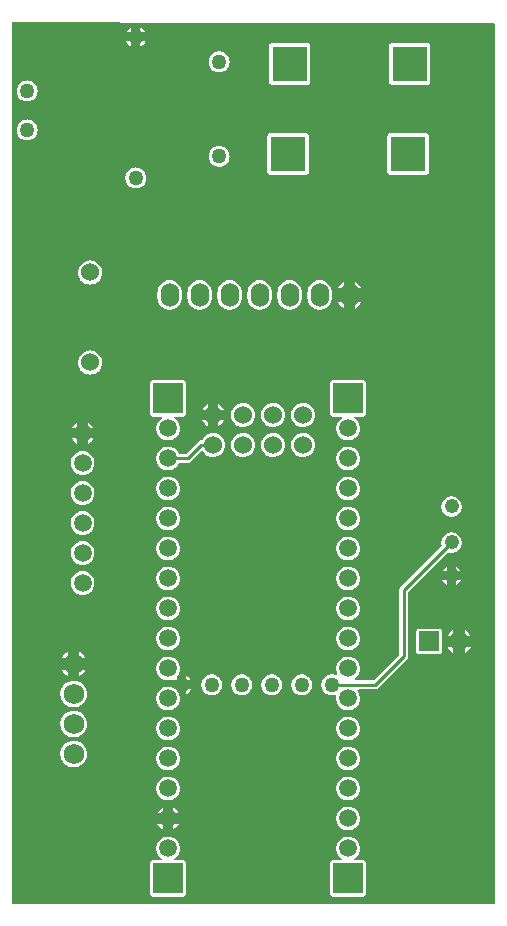
<source format=gbl>
G04 Layer: BottomLayer*
G04 EasyEDA v6.5.40, 2024-04-09 13:00:43*
G04 45367eb91e814c0fbe99eb78d241ce03,df7e7e3c38a3447abd37b529b333d242,10*
G04 Gerber Generator version 0.2*
G04 Scale: 100 percent, Rotated: No, Reflected: No *
G04 Dimensions in millimeters *
G04 leading zeros omitted , absolute positions ,4 integer and 5 decimal *
%FSLAX45Y45*%
%MOMM*%

%ADD10C,0.2540*%
%ADD11C,1.5240*%
%ADD12O,1.5400019999999999X1.9999959999999999*%
%ADD13C,1.5000*%
%ADD14R,2.5400X2.5400*%
%ADD15C,1.2116*%
%ADD16R,1.6510X1.6510*%
%ADD17C,1.6510*%
%ADD18C,1.7500*%
%ADD19C,1.2600*%
%ADD20R,3.0000X3.0000*%
%ADD21R,0.0182X3.0000*%

%LPD*%
G36*
X581660Y-660400D02*
G01*
X577748Y-659638D01*
X574497Y-657402D01*
X572262Y-654151D01*
X571500Y-650240D01*
X571500Y6797040D01*
X572262Y6800951D01*
X574497Y6804202D01*
X577748Y6806438D01*
X581660Y6807200D01*
X1481683Y6807200D01*
X1485595Y6806438D01*
X1488897Y6804202D01*
X1497888Y6795211D01*
X1499616Y6794500D01*
X4650740Y6794500D01*
X4654651Y6793738D01*
X4657902Y6791502D01*
X4660138Y6788251D01*
X4660900Y6784340D01*
X4660900Y-650240D01*
X4660138Y-654151D01*
X4657902Y-657402D01*
X4654651Y-659638D01*
X4650740Y-660400D01*
G37*

%LPC*%
G36*
X1765858Y-597408D02*
G01*
X2018741Y-597408D01*
X2025040Y-596696D01*
X2030526Y-594766D01*
X2035403Y-591718D01*
X2039518Y-587603D01*
X2042566Y-582726D01*
X2044496Y-577240D01*
X2045207Y-570941D01*
X2045207Y-318058D01*
X2044496Y-311759D01*
X2042566Y-306273D01*
X2039518Y-301396D01*
X2035403Y-297281D01*
X2030526Y-294233D01*
X2025040Y-292303D01*
X2018741Y-291592D01*
X1955698Y-291592D01*
X1951583Y-290728D01*
X1948180Y-288239D01*
X1946046Y-284581D01*
X1945589Y-280416D01*
X1946859Y-276402D01*
X1949704Y-273253D01*
X1957425Y-267563D01*
X1967128Y-258165D01*
X1975459Y-247599D01*
X1982317Y-236016D01*
X1987600Y-223570D01*
X1991156Y-210616D01*
X1992934Y-197256D01*
X1992934Y-183743D01*
X1991156Y-170383D01*
X1987600Y-157429D01*
X1982317Y-144983D01*
X1975459Y-133400D01*
X1967128Y-122834D01*
X1957425Y-113436D01*
X1946605Y-105460D01*
X1934768Y-99009D01*
X1922170Y-94132D01*
X1909064Y-91033D01*
X1895652Y-89662D01*
X1882190Y-90119D01*
X1868932Y-92354D01*
X1856028Y-96367D01*
X1843836Y-102006D01*
X1832457Y-109270D01*
X1822145Y-117957D01*
X1813102Y-127965D01*
X1805482Y-139090D01*
X1799437Y-151130D01*
X1795018Y-163830D01*
X1792325Y-177038D01*
X1791411Y-190500D01*
X1792325Y-203962D01*
X1795018Y-217170D01*
X1799437Y-229870D01*
X1805482Y-241909D01*
X1813102Y-253034D01*
X1822145Y-263042D01*
X1832457Y-271729D01*
X1834235Y-272846D01*
X1837334Y-275894D01*
X1838858Y-279958D01*
X1838553Y-284276D01*
X1836470Y-288086D01*
X1833016Y-290677D01*
X1828800Y-291592D01*
X1765858Y-291592D01*
X1759559Y-292303D01*
X1754073Y-294233D01*
X1749196Y-297281D01*
X1745081Y-301396D01*
X1742033Y-306273D01*
X1740103Y-311759D01*
X1739392Y-318058D01*
X1739392Y-570941D01*
X1740103Y-577240D01*
X1742033Y-582726D01*
X1745081Y-587603D01*
X1749196Y-591718D01*
X1754073Y-594766D01*
X1759559Y-596696D01*
G37*
G36*
X3289858Y-597408D02*
G01*
X3542741Y-597408D01*
X3549040Y-596696D01*
X3554526Y-594766D01*
X3559403Y-591718D01*
X3563518Y-587603D01*
X3566566Y-582726D01*
X3568496Y-577240D01*
X3569208Y-570941D01*
X3569208Y-318058D01*
X3568496Y-311759D01*
X3566566Y-306273D01*
X3563518Y-301396D01*
X3559403Y-297281D01*
X3554526Y-294233D01*
X3549040Y-292303D01*
X3542741Y-291592D01*
X3479698Y-291592D01*
X3475583Y-290728D01*
X3472179Y-288239D01*
X3470046Y-284581D01*
X3469589Y-280416D01*
X3470859Y-276402D01*
X3473704Y-273253D01*
X3481425Y-267563D01*
X3491128Y-258165D01*
X3499459Y-247599D01*
X3506317Y-236016D01*
X3511600Y-223570D01*
X3515156Y-210616D01*
X3516934Y-197256D01*
X3516934Y-183743D01*
X3515156Y-170383D01*
X3511600Y-157429D01*
X3506317Y-144983D01*
X3499459Y-133400D01*
X3491128Y-122834D01*
X3481425Y-113436D01*
X3470605Y-105460D01*
X3458768Y-99009D01*
X3446170Y-94132D01*
X3433064Y-91033D01*
X3419652Y-89662D01*
X3406190Y-90119D01*
X3392932Y-92354D01*
X3380028Y-96367D01*
X3367836Y-102006D01*
X3356457Y-109270D01*
X3346145Y-117957D01*
X3337102Y-127965D01*
X3329482Y-139090D01*
X3323437Y-151130D01*
X3319018Y-163830D01*
X3316325Y-177038D01*
X3315411Y-190500D01*
X3316325Y-203962D01*
X3319018Y-217170D01*
X3323437Y-229870D01*
X3329482Y-241909D01*
X3337102Y-253034D01*
X3346145Y-263042D01*
X3356457Y-271729D01*
X3358235Y-272846D01*
X3361334Y-275894D01*
X3362858Y-279958D01*
X3362553Y-284276D01*
X3360470Y-288086D01*
X3357016Y-290677D01*
X3352800Y-291592D01*
X3289858Y-291592D01*
X3283559Y-292303D01*
X3278073Y-294233D01*
X3273196Y-297281D01*
X3269081Y-301396D01*
X3266033Y-306273D01*
X3264103Y-311759D01*
X3263392Y-318058D01*
X3263392Y-570941D01*
X3264103Y-577240D01*
X3266033Y-582726D01*
X3269081Y-587603D01*
X3273196Y-591718D01*
X3278073Y-594766D01*
X3283559Y-596696D01*
G37*
G36*
X3419652Y-37338D02*
G01*
X3433064Y-35966D01*
X3446170Y-32867D01*
X3458768Y-27990D01*
X3470605Y-21539D01*
X3481425Y-13563D01*
X3491128Y-4165D01*
X3499459Y6400D01*
X3506317Y17983D01*
X3511600Y30429D01*
X3515156Y43383D01*
X3516934Y56743D01*
X3516934Y70256D01*
X3515156Y83616D01*
X3511600Y96570D01*
X3506317Y109016D01*
X3499459Y120599D01*
X3491128Y131165D01*
X3481425Y140563D01*
X3470605Y148539D01*
X3458768Y154990D01*
X3446170Y159867D01*
X3433064Y162966D01*
X3419652Y164338D01*
X3406190Y163880D01*
X3392932Y161645D01*
X3380028Y157632D01*
X3367836Y151993D01*
X3356457Y144729D01*
X3346145Y136042D01*
X3337102Y126034D01*
X3329482Y114909D01*
X3323437Y102870D01*
X3319018Y90170D01*
X3316325Y76962D01*
X3315411Y63500D01*
X3316325Y50038D01*
X3319018Y36830D01*
X3323437Y24130D01*
X3329482Y12090D01*
X3337102Y965D01*
X3346145Y-9042D01*
X3356457Y-17729D01*
X3367836Y-24993D01*
X3380028Y-30632D01*
X3392932Y-34645D01*
X3406190Y-36880D01*
G37*
G36*
X1936140Y-27228D02*
G01*
X1946605Y-21539D01*
X1957425Y-13563D01*
X1967128Y-4165D01*
X1975459Y6400D01*
X1982317Y17983D01*
X1983028Y19659D01*
X1936140Y19659D01*
G37*
G36*
X1848459Y-27127D02*
G01*
X1848459Y19659D01*
X1801672Y19659D01*
X1805482Y12090D01*
X1813102Y965D01*
X1822145Y-9042D01*
X1832457Y-17729D01*
X1843836Y-24993D01*
G37*
G36*
X1801672Y107340D02*
G01*
X1848459Y107340D01*
X1848459Y154127D01*
X1843836Y151993D01*
X1832457Y144729D01*
X1822145Y136042D01*
X1813102Y126034D01*
X1805482Y114909D01*
G37*
G36*
X1936140Y107340D02*
G01*
X1983028Y107340D01*
X1982317Y109016D01*
X1975459Y120599D01*
X1967128Y131165D01*
X1957425Y140563D01*
X1946605Y148539D01*
X1936140Y154228D01*
G37*
G36*
X1895652Y216662D02*
G01*
X1909064Y218033D01*
X1922170Y221132D01*
X1934768Y226009D01*
X1946605Y232460D01*
X1957425Y240436D01*
X1967128Y249834D01*
X1975459Y260400D01*
X1982317Y271983D01*
X1987600Y284429D01*
X1991156Y297383D01*
X1992934Y310743D01*
X1992934Y324256D01*
X1991156Y337616D01*
X1987600Y350570D01*
X1982317Y363016D01*
X1975459Y374599D01*
X1967128Y385165D01*
X1957425Y394563D01*
X1946605Y402539D01*
X1934768Y408990D01*
X1922170Y413867D01*
X1909064Y416966D01*
X1895652Y418338D01*
X1882190Y417880D01*
X1868932Y415645D01*
X1856028Y411632D01*
X1843836Y405993D01*
X1832457Y398729D01*
X1822145Y390042D01*
X1813102Y380034D01*
X1805482Y368909D01*
X1799437Y356870D01*
X1795018Y344170D01*
X1792325Y330962D01*
X1791411Y317500D01*
X1792325Y304038D01*
X1795018Y290830D01*
X1799437Y278130D01*
X1805482Y266090D01*
X1813102Y254965D01*
X1822145Y244957D01*
X1832457Y236270D01*
X1843836Y229006D01*
X1856028Y223367D01*
X1868932Y219354D01*
X1882190Y217119D01*
G37*
G36*
X3419652Y216662D02*
G01*
X3433064Y218033D01*
X3446170Y221132D01*
X3458768Y226009D01*
X3470605Y232460D01*
X3481425Y240436D01*
X3491128Y249834D01*
X3499459Y260400D01*
X3506317Y271983D01*
X3511600Y284429D01*
X3515156Y297383D01*
X3516934Y310743D01*
X3516934Y324256D01*
X3515156Y337616D01*
X3511600Y350570D01*
X3506317Y363016D01*
X3499459Y374599D01*
X3491128Y385165D01*
X3481425Y394563D01*
X3470605Y402539D01*
X3458768Y408990D01*
X3446170Y413867D01*
X3433064Y416966D01*
X3419652Y418338D01*
X3406190Y417880D01*
X3392932Y415645D01*
X3380028Y411632D01*
X3367836Y405993D01*
X3356457Y398729D01*
X3346145Y390042D01*
X3337102Y380034D01*
X3329482Y368909D01*
X3323437Y356870D01*
X3319018Y344170D01*
X3316325Y330962D01*
X3315411Y317500D01*
X3316325Y304038D01*
X3319018Y290830D01*
X3323437Y278130D01*
X3329482Y266090D01*
X3337102Y254965D01*
X3346145Y244957D01*
X3356457Y236270D01*
X3367836Y229006D01*
X3380028Y223367D01*
X3392932Y219354D01*
X3406190Y217119D01*
G37*
G36*
X1895652Y470662D02*
G01*
X1909064Y472033D01*
X1922170Y475132D01*
X1934768Y480009D01*
X1946605Y486460D01*
X1957425Y494436D01*
X1967128Y503834D01*
X1975459Y514400D01*
X1982317Y525983D01*
X1987600Y538429D01*
X1991156Y551383D01*
X1992934Y564743D01*
X1992934Y578256D01*
X1991156Y591616D01*
X1987600Y604570D01*
X1982317Y617016D01*
X1975459Y628599D01*
X1967128Y639165D01*
X1957425Y648563D01*
X1946605Y656539D01*
X1934768Y662990D01*
X1922170Y667867D01*
X1909064Y670966D01*
X1895652Y672338D01*
X1882190Y671880D01*
X1868932Y669645D01*
X1856028Y665632D01*
X1843836Y659993D01*
X1832457Y652729D01*
X1822145Y644042D01*
X1813102Y634034D01*
X1805482Y622909D01*
X1799437Y610870D01*
X1795018Y598170D01*
X1792325Y584962D01*
X1791411Y571500D01*
X1792325Y558038D01*
X1795018Y544830D01*
X1799437Y532130D01*
X1805482Y520090D01*
X1813102Y508965D01*
X1822145Y498957D01*
X1832457Y490270D01*
X1843836Y483006D01*
X1856028Y477367D01*
X1868932Y473354D01*
X1882190Y471119D01*
G37*
G36*
X3419652Y470662D02*
G01*
X3433064Y472033D01*
X3446170Y475132D01*
X3458768Y480009D01*
X3470605Y486460D01*
X3481425Y494436D01*
X3491128Y503834D01*
X3499459Y514400D01*
X3506317Y525983D01*
X3511600Y538429D01*
X3515156Y551383D01*
X3516934Y564743D01*
X3516934Y578256D01*
X3515156Y591616D01*
X3511600Y604570D01*
X3506317Y617016D01*
X3499459Y628599D01*
X3491128Y639165D01*
X3481425Y648563D01*
X3470605Y656539D01*
X3458768Y662990D01*
X3446170Y667867D01*
X3433064Y670966D01*
X3419652Y672338D01*
X3406190Y671880D01*
X3392932Y669645D01*
X3380028Y665632D01*
X3367836Y659993D01*
X3356457Y652729D01*
X3346145Y644042D01*
X3337102Y634034D01*
X3329482Y622909D01*
X3323437Y610870D01*
X3319018Y598170D01*
X3316325Y584962D01*
X3315411Y571500D01*
X3316325Y558038D01*
X3319018Y544830D01*
X3323437Y532130D01*
X3329482Y520090D01*
X3337102Y508965D01*
X3346145Y498957D01*
X3356457Y490270D01*
X3367836Y483006D01*
X3380028Y477367D01*
X3392932Y473354D01*
X3406190Y471119D01*
G37*
G36*
X1084935Y496468D02*
G01*
X1099464Y496468D01*
X1113891Y498297D01*
X1127912Y502005D01*
X1141374Y507441D01*
X1154074Y514553D01*
X1165707Y523240D01*
X1176121Y533349D01*
X1185214Y544728D01*
X1192733Y557174D01*
X1198626Y570433D01*
X1202740Y584352D01*
X1205077Y598728D01*
X1205534Y613257D01*
X1204112Y627684D01*
X1200912Y641858D01*
X1195882Y655472D01*
X1189177Y668375D01*
X1180846Y680313D01*
X1171092Y691032D01*
X1160018Y700481D01*
X1147826Y708406D01*
X1134770Y714705D01*
X1120952Y719277D01*
X1106678Y722071D01*
X1092200Y722985D01*
X1077722Y722071D01*
X1063447Y719277D01*
X1049629Y714705D01*
X1036574Y708406D01*
X1024382Y700481D01*
X1013307Y691032D01*
X1003553Y680313D01*
X995222Y668375D01*
X988517Y655472D01*
X983487Y641858D01*
X980287Y627684D01*
X978865Y613257D01*
X979322Y598728D01*
X981659Y584352D01*
X985774Y570433D01*
X991666Y557174D01*
X999185Y544728D01*
X1008278Y533349D01*
X1018692Y523240D01*
X1030325Y514553D01*
X1043025Y507441D01*
X1056487Y502005D01*
X1070508Y498297D01*
G37*
G36*
X1895652Y724662D02*
G01*
X1909064Y726033D01*
X1922170Y729132D01*
X1934768Y734009D01*
X1946605Y740460D01*
X1957425Y748436D01*
X1967128Y757834D01*
X1975459Y768400D01*
X1982317Y779983D01*
X1987600Y792429D01*
X1991156Y805383D01*
X1992934Y818743D01*
X1992934Y832256D01*
X1991156Y845616D01*
X1987600Y858570D01*
X1982317Y871016D01*
X1975459Y882599D01*
X1967128Y893165D01*
X1957425Y902563D01*
X1946605Y910539D01*
X1934768Y916990D01*
X1922170Y921867D01*
X1909064Y924966D01*
X1895652Y926337D01*
X1882190Y925880D01*
X1868932Y923645D01*
X1856028Y919632D01*
X1843836Y913993D01*
X1832457Y906729D01*
X1822145Y898042D01*
X1813102Y888034D01*
X1805482Y876909D01*
X1799437Y864869D01*
X1795018Y852169D01*
X1792325Y838962D01*
X1791411Y825500D01*
X1792325Y812038D01*
X1795018Y798830D01*
X1799437Y786130D01*
X1805482Y774090D01*
X1813102Y762965D01*
X1822145Y752957D01*
X1832457Y744270D01*
X1843836Y737006D01*
X1856028Y731367D01*
X1868932Y727354D01*
X1882190Y725119D01*
G37*
G36*
X3419652Y724662D02*
G01*
X3433064Y726033D01*
X3446170Y729132D01*
X3458768Y734009D01*
X3470605Y740460D01*
X3481425Y748436D01*
X3491128Y757834D01*
X3499459Y768400D01*
X3506317Y779983D01*
X3511600Y792429D01*
X3515156Y805383D01*
X3516934Y818743D01*
X3516934Y832256D01*
X3515156Y845616D01*
X3511600Y858570D01*
X3506317Y871016D01*
X3499459Y882599D01*
X3491128Y893165D01*
X3481425Y902563D01*
X3470605Y910539D01*
X3458768Y916990D01*
X3446170Y921867D01*
X3433064Y924966D01*
X3419652Y926337D01*
X3406190Y925880D01*
X3392932Y923645D01*
X3380028Y919632D01*
X3367836Y913993D01*
X3356457Y906729D01*
X3346145Y898042D01*
X3337102Y888034D01*
X3329482Y876909D01*
X3323437Y864869D01*
X3319018Y852169D01*
X3316325Y838962D01*
X3315411Y825500D01*
X3316325Y812038D01*
X3319018Y798830D01*
X3323437Y786130D01*
X3329482Y774090D01*
X3337102Y762965D01*
X3346145Y752957D01*
X3356457Y744270D01*
X3367836Y737006D01*
X3380028Y731367D01*
X3392932Y727354D01*
X3406190Y725119D01*
G37*
G36*
X1084935Y750468D02*
G01*
X1099464Y750468D01*
X1113891Y752297D01*
X1127912Y756005D01*
X1141374Y761441D01*
X1154074Y768553D01*
X1165707Y777240D01*
X1176121Y787349D01*
X1185214Y798728D01*
X1192733Y811174D01*
X1198626Y824433D01*
X1202740Y838352D01*
X1205077Y852728D01*
X1205534Y867257D01*
X1204112Y881684D01*
X1200912Y895858D01*
X1195882Y909472D01*
X1189177Y922375D01*
X1180846Y934313D01*
X1171092Y945032D01*
X1160018Y954481D01*
X1147826Y962406D01*
X1134770Y968705D01*
X1120952Y973277D01*
X1106678Y976071D01*
X1092200Y976985D01*
X1077722Y976071D01*
X1063447Y973277D01*
X1049629Y968705D01*
X1036574Y962406D01*
X1024382Y954481D01*
X1013307Y945032D01*
X1003553Y934313D01*
X995222Y922375D01*
X988517Y909472D01*
X983487Y895858D01*
X980287Y881684D01*
X978865Y867257D01*
X979322Y852728D01*
X981659Y838352D01*
X985774Y824433D01*
X991666Y811174D01*
X999185Y798728D01*
X1008278Y787349D01*
X1018692Y777240D01*
X1030325Y768553D01*
X1043025Y761441D01*
X1056487Y756005D01*
X1070508Y752297D01*
G37*
G36*
X1895652Y978662D02*
G01*
X1909064Y980033D01*
X1922170Y983132D01*
X1934768Y988009D01*
X1946605Y994460D01*
X1957425Y1002436D01*
X1967128Y1011834D01*
X1975459Y1022400D01*
X1982317Y1033983D01*
X1987600Y1046429D01*
X1991156Y1059383D01*
X1992934Y1072743D01*
X1992934Y1086256D01*
X1991156Y1099616D01*
X1987600Y1112570D01*
X1982317Y1125016D01*
X1975459Y1136599D01*
X1970938Y1142339D01*
X1969312Y1145286D01*
X1968754Y1148638D01*
X1968754Y1156868D01*
X1960372Y1156868D01*
X1957171Y1157376D01*
X1954326Y1158849D01*
X1946605Y1164539D01*
X1934768Y1170990D01*
X1922170Y1175867D01*
X1909064Y1178966D01*
X1895652Y1180338D01*
X1882190Y1179880D01*
X1868932Y1177645D01*
X1856028Y1173632D01*
X1843836Y1167993D01*
X1832457Y1160729D01*
X1822145Y1152042D01*
X1813102Y1142034D01*
X1805482Y1130909D01*
X1799437Y1118870D01*
X1795018Y1106170D01*
X1792325Y1092962D01*
X1791411Y1079500D01*
X1792325Y1066038D01*
X1795018Y1052830D01*
X1799437Y1040130D01*
X1805482Y1028090D01*
X1813102Y1016965D01*
X1822145Y1006957D01*
X1832457Y998270D01*
X1843836Y991006D01*
X1856028Y985367D01*
X1868932Y981354D01*
X1882190Y979119D01*
G37*
G36*
X3419652Y978662D02*
G01*
X3433064Y980033D01*
X3446170Y983132D01*
X3458768Y988009D01*
X3470605Y994460D01*
X3481425Y1002436D01*
X3491128Y1011834D01*
X3499459Y1022400D01*
X3506317Y1033983D01*
X3511600Y1046429D01*
X3515156Y1059383D01*
X3516934Y1072743D01*
X3516934Y1086256D01*
X3515156Y1099616D01*
X3511600Y1112570D01*
X3506317Y1125016D01*
X3499459Y1136599D01*
X3497072Y1139647D01*
X3495141Y1143711D01*
X3495141Y1148232D01*
X3497122Y1152245D01*
X3500678Y1155090D01*
X3505047Y1156055D01*
X3645306Y1156055D01*
X3653332Y1156868D01*
X3660546Y1159052D01*
X3667201Y1162608D01*
X3673449Y1167739D01*
X3913124Y1407464D01*
X3918254Y1413662D01*
X3921810Y1420368D01*
X3923995Y1427581D01*
X3924808Y1435608D01*
X3924808Y1973681D01*
X3925570Y1977593D01*
X3927805Y1980895D01*
X4261053Y2314143D01*
X4263796Y2316073D01*
X4266996Y2317038D01*
X4270400Y2316886D01*
X4280306Y2314702D01*
X4292600Y2313838D01*
X4304893Y2314702D01*
X4316984Y2317343D01*
X4328515Y2321661D01*
X4339336Y2327554D01*
X4349242Y2334971D01*
X4357928Y2343658D01*
X4365345Y2353564D01*
X4371238Y2364384D01*
X4375556Y2375916D01*
X4378198Y2388006D01*
X4379061Y2400300D01*
X4378198Y2412593D01*
X4375556Y2424684D01*
X4371238Y2436215D01*
X4365345Y2447036D01*
X4357928Y2456942D01*
X4349242Y2465628D01*
X4339336Y2473045D01*
X4328515Y2478938D01*
X4316984Y2483256D01*
X4304893Y2485898D01*
X4292600Y2486761D01*
X4280306Y2485898D01*
X4268216Y2483256D01*
X4256684Y2478938D01*
X4245864Y2473045D01*
X4235958Y2465628D01*
X4227271Y2456942D01*
X4219854Y2447036D01*
X4213961Y2436215D01*
X4209643Y2424684D01*
X4207002Y2412593D01*
X4206138Y2400300D01*
X4207002Y2388006D01*
X4209186Y2378100D01*
X4209338Y2374696D01*
X4208373Y2371496D01*
X4206443Y2368753D01*
X3859276Y2021535D01*
X3854145Y2015337D01*
X3850589Y2008632D01*
X3848404Y2001418D01*
X3847592Y1993392D01*
X3847592Y1455318D01*
X3846829Y1451406D01*
X3844594Y1448104D01*
X3632758Y1236268D01*
X3629456Y1234084D01*
X3625596Y1233271D01*
X3480917Y1233271D01*
X3476802Y1234186D01*
X3473399Y1236624D01*
X3471265Y1240282D01*
X3470808Y1244498D01*
X3472078Y1248511D01*
X3474872Y1251661D01*
X3481425Y1256436D01*
X3491128Y1265834D01*
X3499459Y1276400D01*
X3506317Y1287983D01*
X3511600Y1300429D01*
X3515156Y1313383D01*
X3516934Y1326743D01*
X3516934Y1340256D01*
X3515156Y1353616D01*
X3511600Y1366570D01*
X3506317Y1379016D01*
X3499459Y1390599D01*
X3491128Y1401165D01*
X3481425Y1410563D01*
X3470605Y1418539D01*
X3458768Y1424990D01*
X3446170Y1429867D01*
X3433064Y1432966D01*
X3419652Y1434338D01*
X3406190Y1433880D01*
X3392932Y1431645D01*
X3380028Y1427632D01*
X3367836Y1421993D01*
X3356457Y1414729D01*
X3346145Y1406042D01*
X3337102Y1396034D01*
X3329482Y1384909D01*
X3323437Y1372870D01*
X3319018Y1360170D01*
X3316325Y1346962D01*
X3315411Y1333500D01*
X3316325Y1320038D01*
X3319018Y1306830D01*
X3323437Y1294130D01*
X3325571Y1289862D01*
X3326637Y1286002D01*
X3326129Y1281988D01*
X3324047Y1278483D01*
X3320846Y1276096D01*
X3316935Y1275130D01*
X3312972Y1275740D01*
X3301644Y1279956D01*
X3289249Y1282700D01*
X3276600Y1283563D01*
X3263950Y1282700D01*
X3251555Y1279956D01*
X3239668Y1275537D01*
X3228543Y1269492D01*
X3218383Y1261872D01*
X3209442Y1252880D01*
X3201822Y1242771D01*
X3195726Y1231646D01*
X3191306Y1219758D01*
X3188614Y1207363D01*
X3187700Y1194714D01*
X3188614Y1182065D01*
X3191306Y1169670D01*
X3195726Y1157782D01*
X3201822Y1146657D01*
X3209442Y1136497D01*
X3218383Y1127506D01*
X3228543Y1119936D01*
X3239668Y1113840D01*
X3251555Y1109421D01*
X3263950Y1106728D01*
X3276600Y1105814D01*
X3289249Y1106728D01*
X3301644Y1109421D01*
X3303981Y1110284D01*
X3308248Y1110894D01*
X3312363Y1109726D01*
X3315614Y1106932D01*
X3317443Y1103020D01*
X3317494Y1098753D01*
X3316325Y1092962D01*
X3315411Y1079500D01*
X3316325Y1066038D01*
X3319018Y1052830D01*
X3323437Y1040130D01*
X3329482Y1028090D01*
X3337102Y1016965D01*
X3346145Y1006957D01*
X3356457Y998270D01*
X3367836Y991006D01*
X3380028Y985367D01*
X3392932Y981354D01*
X3406190Y979119D01*
G37*
G36*
X1084935Y1004468D02*
G01*
X1099464Y1004468D01*
X1113891Y1006297D01*
X1127912Y1010005D01*
X1141374Y1015441D01*
X1154074Y1022553D01*
X1165707Y1031240D01*
X1176121Y1041349D01*
X1185214Y1052728D01*
X1192733Y1065174D01*
X1198626Y1078433D01*
X1202740Y1092352D01*
X1205077Y1106728D01*
X1205534Y1121257D01*
X1204112Y1135684D01*
X1200912Y1149858D01*
X1195882Y1163472D01*
X1189177Y1176375D01*
X1180846Y1188313D01*
X1171092Y1199032D01*
X1160018Y1208481D01*
X1147826Y1216406D01*
X1134770Y1222705D01*
X1120952Y1227277D01*
X1106678Y1230071D01*
X1092200Y1230985D01*
X1077722Y1230071D01*
X1063447Y1227277D01*
X1049629Y1222705D01*
X1036574Y1216406D01*
X1024382Y1208481D01*
X1013307Y1199032D01*
X1003553Y1188313D01*
X995222Y1176375D01*
X988517Y1163472D01*
X983487Y1149858D01*
X980287Y1135684D01*
X978865Y1121257D01*
X979322Y1106728D01*
X981659Y1092352D01*
X985774Y1078433D01*
X991666Y1065174D01*
X999185Y1052728D01*
X1008278Y1041349D01*
X1018692Y1031240D01*
X1030325Y1022553D01*
X1043025Y1015441D01*
X1056487Y1010005D01*
X1070508Y1006297D01*
G37*
G36*
X2514600Y1105814D02*
G01*
X2527249Y1106728D01*
X2539644Y1109421D01*
X2551531Y1113840D01*
X2562656Y1119936D01*
X2572816Y1127506D01*
X2581757Y1136497D01*
X2589377Y1146657D01*
X2595473Y1157782D01*
X2599893Y1169670D01*
X2602585Y1182065D01*
X2603500Y1194714D01*
X2602585Y1207363D01*
X2599893Y1219758D01*
X2595473Y1231646D01*
X2589377Y1242771D01*
X2581757Y1252880D01*
X2572816Y1261872D01*
X2562656Y1269492D01*
X2551531Y1275537D01*
X2539644Y1279956D01*
X2527249Y1282700D01*
X2514600Y1283563D01*
X2501950Y1282700D01*
X2489555Y1279956D01*
X2477668Y1275537D01*
X2466543Y1269492D01*
X2456383Y1261872D01*
X2447442Y1252880D01*
X2439822Y1242771D01*
X2433726Y1231646D01*
X2429306Y1219758D01*
X2426614Y1207363D01*
X2425700Y1194714D01*
X2426614Y1182065D01*
X2429306Y1169670D01*
X2433726Y1157782D01*
X2439822Y1146657D01*
X2447442Y1136497D01*
X2456383Y1127506D01*
X2466543Y1119936D01*
X2477668Y1113840D01*
X2489555Y1109421D01*
X2501950Y1106728D01*
G37*
G36*
X2768600Y1105814D02*
G01*
X2781249Y1106728D01*
X2793644Y1109421D01*
X2805531Y1113840D01*
X2816656Y1119936D01*
X2826816Y1127506D01*
X2835757Y1136497D01*
X2843377Y1146657D01*
X2849422Y1157782D01*
X2853893Y1169670D01*
X2856585Y1182065D01*
X2857500Y1194714D01*
X2856585Y1207363D01*
X2853893Y1219758D01*
X2849422Y1231646D01*
X2843377Y1242771D01*
X2835757Y1252880D01*
X2826816Y1261872D01*
X2816656Y1269492D01*
X2805531Y1275537D01*
X2793644Y1279956D01*
X2781249Y1282700D01*
X2768600Y1283563D01*
X2755950Y1282700D01*
X2743555Y1279956D01*
X2731668Y1275537D01*
X2720543Y1269492D01*
X2710383Y1261872D01*
X2701442Y1252880D01*
X2693822Y1242771D01*
X2687726Y1231646D01*
X2683306Y1219758D01*
X2680614Y1207363D01*
X2679700Y1194714D01*
X2680614Y1182065D01*
X2683306Y1169670D01*
X2687726Y1157782D01*
X2693822Y1146657D01*
X2701442Y1136497D01*
X2710383Y1127506D01*
X2720543Y1119936D01*
X2731668Y1113840D01*
X2743555Y1109421D01*
X2755950Y1106728D01*
G37*
G36*
X3022600Y1105814D02*
G01*
X3035249Y1106728D01*
X3047644Y1109421D01*
X3059531Y1113840D01*
X3070656Y1119936D01*
X3080816Y1127506D01*
X3089757Y1136497D01*
X3097377Y1146657D01*
X3103422Y1157782D01*
X3107893Y1169670D01*
X3110585Y1182065D01*
X3111500Y1194714D01*
X3110585Y1207363D01*
X3107893Y1219758D01*
X3103422Y1231646D01*
X3097377Y1242771D01*
X3089757Y1252880D01*
X3080816Y1261872D01*
X3070656Y1269492D01*
X3059531Y1275537D01*
X3047644Y1279956D01*
X3035249Y1282700D01*
X3022600Y1283563D01*
X3009950Y1282700D01*
X2997555Y1279956D01*
X2985668Y1275537D01*
X2974543Y1269492D01*
X2964383Y1261872D01*
X2955442Y1252880D01*
X2947822Y1242771D01*
X2941726Y1231646D01*
X2937306Y1219758D01*
X2934614Y1207363D01*
X2933700Y1194714D01*
X2934614Y1182065D01*
X2937306Y1169670D01*
X2941726Y1157782D01*
X2947822Y1146657D01*
X2955442Y1136497D01*
X2964383Y1127506D01*
X2974543Y1119936D01*
X2985668Y1113840D01*
X2997555Y1109421D01*
X3009950Y1106728D01*
G37*
G36*
X2260600Y1105814D02*
G01*
X2273249Y1106728D01*
X2285644Y1109421D01*
X2297531Y1113840D01*
X2308656Y1119936D01*
X2318816Y1127506D01*
X2327757Y1136497D01*
X2335377Y1146657D01*
X2341473Y1157782D01*
X2345893Y1169670D01*
X2348585Y1182065D01*
X2349500Y1194714D01*
X2348585Y1207363D01*
X2345893Y1219758D01*
X2341473Y1231646D01*
X2335377Y1242771D01*
X2327757Y1252880D01*
X2318816Y1261872D01*
X2308656Y1269492D01*
X2297531Y1275537D01*
X2285644Y1279956D01*
X2273249Y1282700D01*
X2260600Y1283563D01*
X2247950Y1282700D01*
X2235555Y1279956D01*
X2223668Y1275537D01*
X2212543Y1269492D01*
X2202383Y1261872D01*
X2193442Y1252880D01*
X2185822Y1242771D01*
X2179726Y1231646D01*
X2175306Y1219758D01*
X2172614Y1207363D01*
X2171700Y1194714D01*
X2172614Y1182065D01*
X2175306Y1169670D01*
X2179726Y1157782D01*
X2185822Y1146657D01*
X2193442Y1136497D01*
X2202383Y1127506D01*
X2212543Y1119936D01*
X2223668Y1113840D01*
X2235555Y1109421D01*
X2247950Y1106728D01*
G37*
G36*
X2044446Y1114348D02*
G01*
X2054656Y1119936D01*
X2064816Y1127506D01*
X2073757Y1136497D01*
X2081377Y1146657D01*
X2086965Y1156868D01*
X2044446Y1156868D01*
G37*
G36*
X2044446Y1232560D02*
G01*
X2086965Y1232560D01*
X2081377Y1242771D01*
X2073757Y1252880D01*
X2064816Y1261872D01*
X2054656Y1269492D01*
X2044446Y1275029D01*
G37*
G36*
X1918106Y1232560D02*
G01*
X1968754Y1232560D01*
X1968754Y1264361D01*
X1969312Y1267714D01*
X1970938Y1270660D01*
X1975459Y1276400D01*
X1982317Y1287983D01*
X1987600Y1300429D01*
X1991156Y1313383D01*
X1992934Y1326743D01*
X1992934Y1340256D01*
X1991156Y1353616D01*
X1987600Y1366570D01*
X1982317Y1379016D01*
X1975459Y1390599D01*
X1967128Y1401165D01*
X1957425Y1410563D01*
X1946605Y1418539D01*
X1934768Y1424990D01*
X1922170Y1429867D01*
X1909064Y1432966D01*
X1895652Y1434338D01*
X1882190Y1433880D01*
X1868932Y1431645D01*
X1856028Y1427632D01*
X1843836Y1421993D01*
X1832457Y1414729D01*
X1822145Y1406042D01*
X1813102Y1396034D01*
X1805482Y1384909D01*
X1799437Y1372870D01*
X1795018Y1360170D01*
X1792325Y1346962D01*
X1791411Y1333500D01*
X1792325Y1320038D01*
X1795018Y1306830D01*
X1799437Y1294130D01*
X1805482Y1282090D01*
X1813102Y1270965D01*
X1822145Y1260957D01*
X1832457Y1252270D01*
X1843836Y1245006D01*
X1856028Y1239367D01*
X1868932Y1235354D01*
X1882190Y1233119D01*
X1895652Y1232662D01*
X1909064Y1234033D01*
X1914194Y1234287D01*
G37*
G36*
X1142288Y1269949D02*
G01*
X1154074Y1276553D01*
X1165707Y1285240D01*
X1176121Y1295349D01*
X1185214Y1306728D01*
X1192733Y1319174D01*
X1193749Y1321511D01*
X1142288Y1321511D01*
G37*
G36*
X1042111Y1269949D02*
G01*
X1042111Y1321511D01*
X990650Y1321511D01*
X991666Y1319174D01*
X999185Y1306728D01*
X1008278Y1295349D01*
X1018692Y1285240D01*
X1030325Y1276553D01*
G37*
G36*
X990701Y1421688D02*
G01*
X1042111Y1421688D01*
X1042111Y1473047D01*
X1036574Y1470406D01*
X1024382Y1462481D01*
X1013307Y1453032D01*
X1003553Y1442313D01*
X995222Y1430375D01*
G37*
G36*
X1142288Y1421688D02*
G01*
X1193698Y1421688D01*
X1189177Y1430375D01*
X1180846Y1442313D01*
X1171092Y1453032D01*
X1160018Y1462481D01*
X1147826Y1470406D01*
X1142288Y1473047D01*
G37*
G36*
X4020108Y1453642D02*
G01*
X4184091Y1453642D01*
X4190390Y1454353D01*
X4195876Y1456283D01*
X4200753Y1459331D01*
X4204868Y1463446D01*
X4207916Y1468323D01*
X4209846Y1473809D01*
X4210558Y1480108D01*
X4210558Y1644091D01*
X4209846Y1650390D01*
X4207916Y1655876D01*
X4204868Y1660753D01*
X4200753Y1664868D01*
X4195876Y1667916D01*
X4190390Y1669846D01*
X4184091Y1670557D01*
X4020108Y1670557D01*
X4013809Y1669846D01*
X4008323Y1667916D01*
X4003446Y1664868D01*
X3999331Y1660753D01*
X3996283Y1655876D01*
X3994353Y1650390D01*
X3993642Y1644091D01*
X3993642Y1480108D01*
X3994353Y1473809D01*
X3996283Y1468323D01*
X3999331Y1463446D01*
X4003446Y1459331D01*
X4008323Y1456283D01*
X4013809Y1454353D01*
G37*
G36*
X4308500Y1464919D02*
G01*
X4308500Y1514449D01*
X4258919Y1514449D01*
X4262170Y1507896D01*
X4270095Y1496110D01*
X4279442Y1485442D01*
X4290110Y1476095D01*
X4301896Y1468170D01*
G37*
G36*
X4403750Y1464919D02*
G01*
X4410303Y1468170D01*
X4422089Y1476095D01*
X4432757Y1485442D01*
X4442104Y1496110D01*
X4450029Y1507896D01*
X4453280Y1514449D01*
X4403750Y1514449D01*
G37*
G36*
X1895652Y1486662D02*
G01*
X1909064Y1488033D01*
X1922170Y1491132D01*
X1934768Y1496009D01*
X1946605Y1502460D01*
X1957425Y1510436D01*
X1967128Y1519834D01*
X1975459Y1530400D01*
X1982317Y1541983D01*
X1987600Y1554429D01*
X1991156Y1567383D01*
X1992934Y1580743D01*
X1992934Y1594256D01*
X1991156Y1607616D01*
X1987600Y1620570D01*
X1982317Y1633016D01*
X1975459Y1644599D01*
X1967128Y1655165D01*
X1957425Y1664563D01*
X1946605Y1672539D01*
X1934768Y1678990D01*
X1922170Y1683867D01*
X1909064Y1686966D01*
X1895652Y1688338D01*
X1882190Y1687880D01*
X1868932Y1685645D01*
X1856028Y1681632D01*
X1843836Y1675993D01*
X1832457Y1668729D01*
X1822145Y1660042D01*
X1813102Y1650034D01*
X1805482Y1638909D01*
X1799437Y1626870D01*
X1795018Y1614170D01*
X1792325Y1600962D01*
X1791411Y1587500D01*
X1792325Y1574038D01*
X1795018Y1560830D01*
X1799437Y1548130D01*
X1805482Y1536090D01*
X1813102Y1524965D01*
X1822145Y1514957D01*
X1832457Y1506270D01*
X1843836Y1499006D01*
X1856028Y1493367D01*
X1868932Y1489354D01*
X1882190Y1487119D01*
G37*
G36*
X3419652Y1486662D02*
G01*
X3433064Y1488033D01*
X3446170Y1491132D01*
X3458768Y1496009D01*
X3470605Y1502460D01*
X3481425Y1510436D01*
X3491128Y1519834D01*
X3499459Y1530400D01*
X3506317Y1541983D01*
X3511600Y1554429D01*
X3515156Y1567383D01*
X3516934Y1580743D01*
X3516934Y1594256D01*
X3515156Y1607616D01*
X3511600Y1620570D01*
X3506317Y1633016D01*
X3499459Y1644599D01*
X3491128Y1655165D01*
X3481425Y1664563D01*
X3470605Y1672539D01*
X3458768Y1678990D01*
X3446170Y1683867D01*
X3433064Y1686966D01*
X3419652Y1688338D01*
X3406190Y1687880D01*
X3392932Y1685645D01*
X3380028Y1681632D01*
X3367836Y1675993D01*
X3356457Y1668729D01*
X3346145Y1660042D01*
X3337102Y1650034D01*
X3329482Y1638909D01*
X3323437Y1626870D01*
X3319018Y1614170D01*
X3316325Y1600962D01*
X3315411Y1587500D01*
X3316325Y1574038D01*
X3319018Y1560830D01*
X3323437Y1548130D01*
X3329482Y1536090D01*
X3337102Y1524965D01*
X3346145Y1514957D01*
X3356457Y1506270D01*
X3367836Y1499006D01*
X3380028Y1493367D01*
X3392932Y1489354D01*
X3406190Y1487119D01*
G37*
G36*
X4258919Y1609699D02*
G01*
X4308500Y1609699D01*
X4308500Y1659280D01*
X4301896Y1656029D01*
X4290110Y1648104D01*
X4279442Y1638757D01*
X4270095Y1628089D01*
X4262170Y1616303D01*
G37*
G36*
X4403750Y1609699D02*
G01*
X4453280Y1609699D01*
X4450029Y1616303D01*
X4442104Y1628089D01*
X4432757Y1638757D01*
X4422089Y1648104D01*
X4410303Y1656029D01*
X4403750Y1659280D01*
G37*
G36*
X1895652Y1740662D02*
G01*
X1909064Y1742033D01*
X1922170Y1745132D01*
X1934768Y1750009D01*
X1946605Y1756460D01*
X1957425Y1764436D01*
X1967128Y1773834D01*
X1975459Y1784400D01*
X1982317Y1795983D01*
X1987600Y1808429D01*
X1991156Y1821383D01*
X1992934Y1834743D01*
X1992934Y1848256D01*
X1991156Y1861616D01*
X1987600Y1874570D01*
X1982317Y1887016D01*
X1975459Y1898599D01*
X1967128Y1909165D01*
X1957425Y1918563D01*
X1946605Y1926539D01*
X1934768Y1932990D01*
X1922170Y1937867D01*
X1909064Y1940966D01*
X1895652Y1942338D01*
X1882190Y1941880D01*
X1868932Y1939645D01*
X1856028Y1935632D01*
X1843836Y1929993D01*
X1832457Y1922729D01*
X1822145Y1914042D01*
X1813102Y1904034D01*
X1805482Y1892909D01*
X1799437Y1880870D01*
X1795018Y1868170D01*
X1792325Y1854962D01*
X1791411Y1841500D01*
X1792325Y1828038D01*
X1795018Y1814830D01*
X1799437Y1802130D01*
X1805482Y1790090D01*
X1813102Y1778965D01*
X1822145Y1768957D01*
X1832457Y1760270D01*
X1843836Y1753006D01*
X1856028Y1747367D01*
X1868932Y1743354D01*
X1882190Y1741119D01*
G37*
G36*
X3419652Y1740662D02*
G01*
X3433064Y1742033D01*
X3446170Y1745132D01*
X3458768Y1750009D01*
X3470605Y1756460D01*
X3481425Y1764436D01*
X3491128Y1773834D01*
X3499459Y1784400D01*
X3506317Y1795983D01*
X3511600Y1808429D01*
X3515156Y1821383D01*
X3516934Y1834743D01*
X3516934Y1848256D01*
X3515156Y1861616D01*
X3511600Y1874570D01*
X3506317Y1887016D01*
X3499459Y1898599D01*
X3491128Y1909165D01*
X3481425Y1918563D01*
X3470605Y1926539D01*
X3458768Y1932990D01*
X3446170Y1937867D01*
X3433064Y1940966D01*
X3419652Y1942338D01*
X3406190Y1941880D01*
X3392932Y1939645D01*
X3380028Y1935632D01*
X3367836Y1929993D01*
X3356457Y1922729D01*
X3346145Y1914042D01*
X3337102Y1904034D01*
X3329482Y1892909D01*
X3323437Y1880870D01*
X3319018Y1868170D01*
X3316325Y1854962D01*
X3315411Y1841500D01*
X3316325Y1828038D01*
X3319018Y1814830D01*
X3323437Y1802130D01*
X3329482Y1790090D01*
X3337102Y1778965D01*
X3346145Y1768957D01*
X3356457Y1760270D01*
X3367836Y1753006D01*
X3380028Y1747367D01*
X3392932Y1743354D01*
X3406190Y1741119D01*
G37*
G36*
X1161643Y1956765D02*
G01*
X1175156Y1956765D01*
X1188516Y1958543D01*
X1201470Y1962099D01*
X1213916Y1967382D01*
X1225499Y1974240D01*
X1236065Y1982571D01*
X1245463Y1992274D01*
X1253439Y2003094D01*
X1259890Y2014931D01*
X1264767Y2027529D01*
X1267866Y2040636D01*
X1269238Y2054047D01*
X1268780Y2067509D01*
X1266545Y2080768D01*
X1262532Y2093671D01*
X1256893Y2105863D01*
X1249629Y2117242D01*
X1240942Y2127554D01*
X1230934Y2136597D01*
X1219809Y2144217D01*
X1207770Y2150262D01*
X1195070Y2154682D01*
X1181862Y2157374D01*
X1168400Y2158288D01*
X1154938Y2157374D01*
X1141730Y2154682D01*
X1129030Y2150262D01*
X1116990Y2144217D01*
X1105865Y2136597D01*
X1095857Y2127554D01*
X1087170Y2117242D01*
X1079906Y2105863D01*
X1074267Y2093671D01*
X1070254Y2080768D01*
X1068019Y2067509D01*
X1067562Y2054047D01*
X1068933Y2040636D01*
X1072032Y2027529D01*
X1076909Y2014931D01*
X1083360Y2003094D01*
X1091336Y1992274D01*
X1100734Y1982571D01*
X1111300Y1974240D01*
X1122883Y1967382D01*
X1135329Y1962099D01*
X1148283Y1958543D01*
G37*
G36*
X1895652Y1994662D02*
G01*
X1909064Y1996033D01*
X1922170Y1999132D01*
X1934768Y2004009D01*
X1946605Y2010460D01*
X1957425Y2018436D01*
X1967128Y2027834D01*
X1975459Y2038400D01*
X1982317Y2049983D01*
X1987600Y2062429D01*
X1991156Y2075383D01*
X1992934Y2088743D01*
X1992934Y2102256D01*
X1991156Y2115616D01*
X1987600Y2128570D01*
X1982317Y2141016D01*
X1975459Y2152599D01*
X1967128Y2163165D01*
X1957425Y2172563D01*
X1946605Y2180539D01*
X1934768Y2186990D01*
X1922170Y2191867D01*
X1909064Y2194966D01*
X1895652Y2196338D01*
X1882190Y2195880D01*
X1868932Y2193645D01*
X1856028Y2189632D01*
X1843836Y2183993D01*
X1832457Y2176729D01*
X1822145Y2168042D01*
X1813102Y2158034D01*
X1805482Y2146909D01*
X1799437Y2134870D01*
X1795018Y2122170D01*
X1792325Y2108962D01*
X1791411Y2095500D01*
X1792325Y2082038D01*
X1795018Y2068830D01*
X1799437Y2056130D01*
X1805482Y2044090D01*
X1813102Y2032965D01*
X1822145Y2022957D01*
X1832457Y2014270D01*
X1843836Y2007006D01*
X1856028Y2001367D01*
X1868932Y1997354D01*
X1882190Y1995119D01*
G37*
G36*
X3419652Y1994662D02*
G01*
X3433064Y1996033D01*
X3446170Y1999132D01*
X3458768Y2004009D01*
X3470605Y2010460D01*
X3481425Y2018436D01*
X3491128Y2027834D01*
X3499459Y2038400D01*
X3506317Y2049983D01*
X3511600Y2062429D01*
X3515156Y2075383D01*
X3516934Y2088743D01*
X3516934Y2102256D01*
X3515156Y2115616D01*
X3511600Y2128570D01*
X3506317Y2141016D01*
X3499459Y2152599D01*
X3491128Y2163165D01*
X3481425Y2172563D01*
X3470605Y2180539D01*
X3458768Y2186990D01*
X3446170Y2191867D01*
X3433064Y2194966D01*
X3419652Y2196338D01*
X3406190Y2195880D01*
X3392932Y2193645D01*
X3380028Y2189632D01*
X3367836Y2183993D01*
X3356457Y2176729D01*
X3346145Y2168042D01*
X3337102Y2158034D01*
X3329482Y2146909D01*
X3323437Y2134870D01*
X3319018Y2122170D01*
X3316325Y2108962D01*
X3315411Y2095500D01*
X3316325Y2082038D01*
X3319018Y2068830D01*
X3323437Y2056130D01*
X3329482Y2044090D01*
X3337102Y2032965D01*
X3346145Y2022957D01*
X3356457Y2014270D01*
X3367836Y2007006D01*
X3380028Y2001367D01*
X3392932Y1997354D01*
X3406190Y1995119D01*
G37*
G36*
X4255973Y2042668D02*
G01*
X4255973Y2084273D01*
X4214368Y2084273D01*
X4219854Y2074164D01*
X4227271Y2064257D01*
X4235958Y2055571D01*
X4245864Y2048154D01*
G37*
G36*
X4329226Y2042668D02*
G01*
X4339336Y2048154D01*
X4349242Y2055571D01*
X4357928Y2064257D01*
X4365345Y2074164D01*
X4370832Y2084273D01*
X4329226Y2084273D01*
G37*
G36*
X4329226Y2157526D02*
G01*
X4370832Y2157526D01*
X4365345Y2167636D01*
X4357928Y2177542D01*
X4349242Y2186228D01*
X4339336Y2193645D01*
X4329226Y2199132D01*
G37*
G36*
X4214368Y2157526D02*
G01*
X4255973Y2157526D01*
X4255973Y2199132D01*
X4245864Y2193645D01*
X4235958Y2186228D01*
X4227271Y2177542D01*
X4219854Y2167636D01*
G37*
G36*
X1161643Y2210765D02*
G01*
X1175156Y2210765D01*
X1188516Y2212543D01*
X1201470Y2216099D01*
X1213916Y2221382D01*
X1225499Y2228240D01*
X1236065Y2236571D01*
X1245463Y2246274D01*
X1253439Y2257094D01*
X1259890Y2268931D01*
X1264767Y2281529D01*
X1267866Y2294636D01*
X1269238Y2308047D01*
X1268780Y2321509D01*
X1266545Y2334768D01*
X1262532Y2347671D01*
X1256893Y2359863D01*
X1249629Y2371242D01*
X1240942Y2381554D01*
X1230934Y2390597D01*
X1219809Y2398217D01*
X1207770Y2404262D01*
X1195070Y2408682D01*
X1181862Y2411374D01*
X1168400Y2412288D01*
X1154938Y2411374D01*
X1141730Y2408682D01*
X1129030Y2404262D01*
X1116990Y2398217D01*
X1105865Y2390597D01*
X1095857Y2381554D01*
X1087170Y2371242D01*
X1079906Y2359863D01*
X1074267Y2347671D01*
X1070254Y2334768D01*
X1068019Y2321509D01*
X1067562Y2308047D01*
X1068933Y2294636D01*
X1072032Y2281529D01*
X1076909Y2268931D01*
X1083360Y2257094D01*
X1091336Y2246274D01*
X1100734Y2236571D01*
X1111300Y2228240D01*
X1122883Y2221382D01*
X1135329Y2216099D01*
X1148283Y2212543D01*
G37*
G36*
X1895652Y2248662D02*
G01*
X1909064Y2250033D01*
X1922170Y2253132D01*
X1934768Y2258009D01*
X1946605Y2264460D01*
X1957425Y2272436D01*
X1967128Y2281834D01*
X1975459Y2292400D01*
X1982317Y2303983D01*
X1987600Y2316429D01*
X1991156Y2329383D01*
X1992934Y2342743D01*
X1992934Y2356256D01*
X1991156Y2369616D01*
X1987600Y2382570D01*
X1982317Y2395016D01*
X1975459Y2406599D01*
X1967128Y2417165D01*
X1957425Y2426563D01*
X1946605Y2434539D01*
X1934768Y2440990D01*
X1922170Y2445867D01*
X1909064Y2448966D01*
X1895652Y2450338D01*
X1882190Y2449880D01*
X1868932Y2447645D01*
X1856028Y2443632D01*
X1843836Y2437993D01*
X1832457Y2430729D01*
X1822145Y2422042D01*
X1813102Y2412034D01*
X1805482Y2400909D01*
X1799437Y2388870D01*
X1795018Y2376170D01*
X1792325Y2362962D01*
X1791411Y2349500D01*
X1792325Y2336038D01*
X1795018Y2322830D01*
X1799437Y2310130D01*
X1805482Y2298090D01*
X1813102Y2286965D01*
X1822145Y2276957D01*
X1832457Y2268270D01*
X1843836Y2261006D01*
X1856028Y2255367D01*
X1868932Y2251354D01*
X1882190Y2249119D01*
G37*
G36*
X3419652Y2248662D02*
G01*
X3433064Y2250033D01*
X3446170Y2253132D01*
X3458768Y2258009D01*
X3470605Y2264460D01*
X3481425Y2272436D01*
X3491128Y2281834D01*
X3499459Y2292400D01*
X3506317Y2303983D01*
X3511600Y2316429D01*
X3515156Y2329383D01*
X3516934Y2342743D01*
X3516934Y2356256D01*
X3515156Y2369616D01*
X3511600Y2382570D01*
X3506317Y2395016D01*
X3499459Y2406599D01*
X3491128Y2417165D01*
X3481425Y2426563D01*
X3470605Y2434539D01*
X3458768Y2440990D01*
X3446170Y2445867D01*
X3433064Y2448966D01*
X3419652Y2450338D01*
X3406190Y2449880D01*
X3392932Y2447645D01*
X3380028Y2443632D01*
X3367836Y2437993D01*
X3356457Y2430729D01*
X3346145Y2422042D01*
X3337102Y2412034D01*
X3329482Y2400909D01*
X3323437Y2388870D01*
X3319018Y2376170D01*
X3316325Y2362962D01*
X3315411Y2349500D01*
X3316325Y2336038D01*
X3319018Y2322830D01*
X3323437Y2310130D01*
X3329482Y2298090D01*
X3337102Y2286965D01*
X3346145Y2276957D01*
X3356457Y2268270D01*
X3367836Y2261006D01*
X3380028Y2255367D01*
X3392932Y2251354D01*
X3406190Y2249119D01*
G37*
G36*
X1161643Y2464765D02*
G01*
X1175156Y2464765D01*
X1188516Y2466543D01*
X1201470Y2470099D01*
X1213916Y2475382D01*
X1225499Y2482240D01*
X1236065Y2490571D01*
X1245463Y2500274D01*
X1253439Y2511094D01*
X1259890Y2522931D01*
X1264767Y2535529D01*
X1267866Y2548636D01*
X1269238Y2562047D01*
X1268780Y2575509D01*
X1266545Y2588768D01*
X1262532Y2601671D01*
X1256893Y2613863D01*
X1249629Y2625242D01*
X1240942Y2635554D01*
X1230934Y2644597D01*
X1219809Y2652217D01*
X1207770Y2658262D01*
X1195070Y2662682D01*
X1181862Y2665374D01*
X1168400Y2666288D01*
X1154938Y2665374D01*
X1141730Y2662682D01*
X1129030Y2658262D01*
X1116990Y2652217D01*
X1105865Y2644597D01*
X1095857Y2635554D01*
X1087170Y2625242D01*
X1079906Y2613863D01*
X1074267Y2601671D01*
X1070254Y2588768D01*
X1068019Y2575509D01*
X1067562Y2562047D01*
X1068933Y2548636D01*
X1072032Y2535529D01*
X1076909Y2522931D01*
X1083360Y2511094D01*
X1091336Y2500274D01*
X1100734Y2490571D01*
X1111300Y2482240D01*
X1122883Y2475382D01*
X1135329Y2470099D01*
X1148283Y2466543D01*
G37*
G36*
X1895652Y2502662D02*
G01*
X1909064Y2504033D01*
X1922170Y2507132D01*
X1934768Y2512009D01*
X1946605Y2518460D01*
X1957425Y2526436D01*
X1967128Y2535834D01*
X1975459Y2546400D01*
X1982317Y2557983D01*
X1987600Y2570429D01*
X1991156Y2583383D01*
X1992934Y2596743D01*
X1992934Y2610256D01*
X1991156Y2623616D01*
X1987600Y2636570D01*
X1982317Y2649016D01*
X1975459Y2660599D01*
X1967128Y2671165D01*
X1957425Y2680563D01*
X1946605Y2688539D01*
X1934768Y2694990D01*
X1922170Y2699867D01*
X1909064Y2702966D01*
X1895652Y2704338D01*
X1882190Y2703880D01*
X1868932Y2701645D01*
X1856028Y2697632D01*
X1843836Y2691993D01*
X1832457Y2684729D01*
X1822145Y2676042D01*
X1813102Y2666034D01*
X1805482Y2654909D01*
X1799437Y2642870D01*
X1795018Y2630170D01*
X1792325Y2616962D01*
X1791411Y2603500D01*
X1792325Y2590038D01*
X1795018Y2576830D01*
X1799437Y2564130D01*
X1805482Y2552090D01*
X1813102Y2540965D01*
X1822145Y2530957D01*
X1832457Y2522270D01*
X1843836Y2515006D01*
X1856028Y2509367D01*
X1868932Y2505354D01*
X1882190Y2503119D01*
G37*
G36*
X3419652Y2502662D02*
G01*
X3433064Y2504033D01*
X3446170Y2507132D01*
X3458768Y2512009D01*
X3470605Y2518460D01*
X3481425Y2526436D01*
X3491128Y2535834D01*
X3499459Y2546400D01*
X3506317Y2557983D01*
X3511600Y2570429D01*
X3515156Y2583383D01*
X3516934Y2596743D01*
X3516934Y2610256D01*
X3515156Y2623616D01*
X3511600Y2636570D01*
X3506317Y2649016D01*
X3499459Y2660599D01*
X3491128Y2671165D01*
X3481425Y2680563D01*
X3470605Y2688539D01*
X3458768Y2694990D01*
X3446170Y2699867D01*
X3433064Y2702966D01*
X3419652Y2704338D01*
X3406190Y2703880D01*
X3392932Y2701645D01*
X3380028Y2697632D01*
X3367836Y2691993D01*
X3356457Y2684729D01*
X3346145Y2676042D01*
X3337102Y2666034D01*
X3329482Y2654909D01*
X3323437Y2642870D01*
X3319018Y2630170D01*
X3316325Y2616962D01*
X3315411Y2603500D01*
X3316325Y2590038D01*
X3319018Y2576830D01*
X3323437Y2564130D01*
X3329482Y2552090D01*
X3337102Y2540965D01*
X3346145Y2530957D01*
X3356457Y2522270D01*
X3367836Y2515006D01*
X3380028Y2509367D01*
X3392932Y2505354D01*
X3406190Y2503119D01*
G37*
G36*
X4292600Y2618638D02*
G01*
X4304893Y2619502D01*
X4316984Y2622143D01*
X4328515Y2626461D01*
X4339336Y2632354D01*
X4349242Y2639771D01*
X4357928Y2648458D01*
X4365345Y2658364D01*
X4371238Y2669184D01*
X4375556Y2680716D01*
X4378198Y2692806D01*
X4379061Y2705100D01*
X4378198Y2717393D01*
X4375556Y2729484D01*
X4371238Y2741015D01*
X4365345Y2751836D01*
X4357928Y2761742D01*
X4349242Y2770428D01*
X4339336Y2777845D01*
X4328515Y2783738D01*
X4316984Y2788056D01*
X4304893Y2790698D01*
X4292600Y2791561D01*
X4280306Y2790698D01*
X4268216Y2788056D01*
X4256684Y2783738D01*
X4245864Y2777845D01*
X4235958Y2770428D01*
X4227271Y2761742D01*
X4219854Y2751836D01*
X4213961Y2741015D01*
X4209643Y2729484D01*
X4207002Y2717393D01*
X4206138Y2705100D01*
X4207002Y2692806D01*
X4209643Y2680716D01*
X4213961Y2669184D01*
X4219854Y2658364D01*
X4227271Y2648458D01*
X4235958Y2639771D01*
X4245864Y2632354D01*
X4256684Y2626461D01*
X4268216Y2622143D01*
X4280306Y2619502D01*
G37*
G36*
X1161643Y2718765D02*
G01*
X1175156Y2718765D01*
X1188516Y2720543D01*
X1201470Y2724099D01*
X1213916Y2729382D01*
X1225499Y2736240D01*
X1236065Y2744571D01*
X1245463Y2754274D01*
X1253439Y2765094D01*
X1259890Y2776931D01*
X1264767Y2789529D01*
X1267866Y2802636D01*
X1269238Y2816047D01*
X1268780Y2829509D01*
X1266545Y2842768D01*
X1262532Y2855671D01*
X1256893Y2867863D01*
X1249629Y2879242D01*
X1240942Y2889554D01*
X1230934Y2898597D01*
X1219809Y2906217D01*
X1207770Y2912262D01*
X1195070Y2916682D01*
X1181862Y2919374D01*
X1168400Y2920288D01*
X1154938Y2919374D01*
X1141730Y2916682D01*
X1129030Y2912262D01*
X1116990Y2906217D01*
X1105865Y2898597D01*
X1095857Y2889554D01*
X1087170Y2879242D01*
X1079906Y2867863D01*
X1074267Y2855671D01*
X1070254Y2842768D01*
X1068019Y2829509D01*
X1067562Y2816047D01*
X1068933Y2802636D01*
X1072032Y2789529D01*
X1076909Y2776931D01*
X1083360Y2765094D01*
X1091336Y2754274D01*
X1100734Y2744571D01*
X1111300Y2736240D01*
X1122883Y2729382D01*
X1135329Y2724099D01*
X1148283Y2720543D01*
G37*
G36*
X1895652Y2756662D02*
G01*
X1909064Y2758033D01*
X1922170Y2761132D01*
X1934768Y2766009D01*
X1946605Y2772460D01*
X1957425Y2780436D01*
X1967128Y2789834D01*
X1975459Y2800400D01*
X1982317Y2811983D01*
X1987600Y2824429D01*
X1991156Y2837383D01*
X1992934Y2850743D01*
X1992934Y2864256D01*
X1991156Y2877616D01*
X1987600Y2890570D01*
X1982317Y2903016D01*
X1975459Y2914599D01*
X1967128Y2925165D01*
X1957425Y2934563D01*
X1946605Y2942539D01*
X1934768Y2948990D01*
X1922170Y2953867D01*
X1909064Y2956966D01*
X1895652Y2958338D01*
X1882190Y2957880D01*
X1868932Y2955645D01*
X1856028Y2951632D01*
X1843836Y2945993D01*
X1832457Y2938729D01*
X1822145Y2930042D01*
X1813102Y2920034D01*
X1805482Y2908909D01*
X1799437Y2896870D01*
X1795018Y2884170D01*
X1792325Y2870962D01*
X1791411Y2857500D01*
X1792325Y2844038D01*
X1795018Y2830830D01*
X1799437Y2818130D01*
X1805482Y2806090D01*
X1813102Y2794965D01*
X1822145Y2784957D01*
X1832457Y2776270D01*
X1843836Y2769006D01*
X1856028Y2763367D01*
X1868932Y2759354D01*
X1882190Y2757119D01*
G37*
G36*
X3419652Y2756662D02*
G01*
X3433064Y2758033D01*
X3446170Y2761132D01*
X3458768Y2766009D01*
X3470605Y2772460D01*
X3481425Y2780436D01*
X3491128Y2789834D01*
X3499459Y2800400D01*
X3506317Y2811983D01*
X3511600Y2824429D01*
X3515156Y2837383D01*
X3516934Y2850743D01*
X3516934Y2864256D01*
X3515156Y2877616D01*
X3511600Y2890570D01*
X3506317Y2903016D01*
X3499459Y2914599D01*
X3491128Y2925165D01*
X3481425Y2934563D01*
X3470605Y2942539D01*
X3458768Y2948990D01*
X3446170Y2953867D01*
X3433064Y2956966D01*
X3419652Y2958338D01*
X3406190Y2957880D01*
X3392932Y2955645D01*
X3380028Y2951632D01*
X3367836Y2945993D01*
X3356457Y2938729D01*
X3346145Y2930042D01*
X3337102Y2920034D01*
X3329482Y2908909D01*
X3323437Y2896870D01*
X3319018Y2884170D01*
X3316325Y2870962D01*
X3315411Y2857500D01*
X3316325Y2844038D01*
X3319018Y2830830D01*
X3323437Y2818130D01*
X3329482Y2806090D01*
X3337102Y2794965D01*
X3346145Y2784957D01*
X3356457Y2776270D01*
X3367836Y2769006D01*
X3380028Y2763367D01*
X3392932Y2759354D01*
X3406190Y2757119D01*
G37*
G36*
X1161643Y2972765D02*
G01*
X1175156Y2972765D01*
X1188516Y2974543D01*
X1201470Y2978099D01*
X1213916Y2983382D01*
X1225499Y2990240D01*
X1236065Y2998571D01*
X1245463Y3008274D01*
X1253439Y3019094D01*
X1259890Y3030931D01*
X1264767Y3043529D01*
X1267866Y3056636D01*
X1269238Y3070047D01*
X1268780Y3083509D01*
X1266545Y3096768D01*
X1262532Y3109671D01*
X1256893Y3121863D01*
X1249629Y3133242D01*
X1240942Y3143554D01*
X1230934Y3152597D01*
X1219809Y3160217D01*
X1207770Y3166262D01*
X1195070Y3170682D01*
X1181862Y3173374D01*
X1168400Y3174288D01*
X1154938Y3173374D01*
X1141730Y3170682D01*
X1129030Y3166262D01*
X1116990Y3160217D01*
X1105865Y3152597D01*
X1095857Y3143554D01*
X1087170Y3133242D01*
X1079906Y3121863D01*
X1074267Y3109671D01*
X1070254Y3096768D01*
X1068019Y3083509D01*
X1067562Y3070047D01*
X1068933Y3056636D01*
X1072032Y3043529D01*
X1076909Y3030931D01*
X1083360Y3019094D01*
X1091336Y3008274D01*
X1100734Y2998571D01*
X1111300Y2990240D01*
X1122883Y2983382D01*
X1135329Y2978099D01*
X1148283Y2974543D01*
G37*
G36*
X3419652Y3010662D02*
G01*
X3433064Y3012033D01*
X3446170Y3015132D01*
X3458768Y3020009D01*
X3470605Y3026460D01*
X3481425Y3034436D01*
X3491128Y3043834D01*
X3499459Y3054400D01*
X3506317Y3065983D01*
X3511600Y3078429D01*
X3515156Y3091383D01*
X3516934Y3104743D01*
X3516934Y3118256D01*
X3515156Y3131616D01*
X3511600Y3144570D01*
X3506317Y3157016D01*
X3499459Y3168599D01*
X3491128Y3179165D01*
X3481425Y3188563D01*
X3470605Y3196539D01*
X3458768Y3202990D01*
X3446170Y3207867D01*
X3433064Y3210966D01*
X3419652Y3212338D01*
X3406190Y3211880D01*
X3392932Y3209645D01*
X3380028Y3205632D01*
X3367836Y3199993D01*
X3356457Y3192729D01*
X3346145Y3184042D01*
X3337102Y3174034D01*
X3329482Y3162909D01*
X3323437Y3150870D01*
X3319018Y3138170D01*
X3316325Y3124962D01*
X3315411Y3111500D01*
X3316325Y3098038D01*
X3319018Y3084830D01*
X3323437Y3072130D01*
X3329482Y3060090D01*
X3337102Y3048965D01*
X3346145Y3038957D01*
X3356457Y3030270D01*
X3367836Y3023006D01*
X3380028Y3017367D01*
X3392932Y3013354D01*
X3406190Y3011119D01*
G37*
G36*
X1895652Y3010662D02*
G01*
X1909064Y3012033D01*
X1922170Y3015132D01*
X1934768Y3020009D01*
X1946605Y3026460D01*
X1957425Y3034436D01*
X1967128Y3043834D01*
X1975459Y3054400D01*
X1984857Y3069945D01*
X1988108Y3072130D01*
X1991969Y3072892D01*
X2056892Y3072892D01*
X2064918Y3073704D01*
X2072132Y3075889D01*
X2078837Y3079445D01*
X2085035Y3084576D01*
X2172258Y3171748D01*
X2176018Y3174136D01*
X2180386Y3174695D01*
X2184603Y3173323D01*
X2187803Y3170326D01*
X2193188Y3162554D01*
X2202332Y3152394D01*
X2212746Y3143605D01*
X2224227Y3136290D01*
X2236622Y3130550D01*
X2249627Y3126486D01*
X2263089Y3124250D01*
X2276703Y3123793D01*
X2290267Y3125114D01*
X2303526Y3128314D01*
X2316276Y3133191D01*
X2328214Y3139744D01*
X2339187Y3147822D01*
X2348992Y3157321D01*
X2357475Y3168040D01*
X2364435Y3179775D01*
X2369718Y3192322D01*
X2373325Y3205480D01*
X2375154Y3218992D01*
X2375154Y3232607D01*
X2373325Y3246120D01*
X2369718Y3259277D01*
X2364435Y3271824D01*
X2357475Y3283559D01*
X2348992Y3294278D01*
X2339187Y3303778D01*
X2328214Y3311855D01*
X2316276Y3318408D01*
X2303526Y3323285D01*
X2290267Y3326485D01*
X2276703Y3327806D01*
X2263089Y3327349D01*
X2249627Y3325114D01*
X2236622Y3321050D01*
X2224227Y3315309D01*
X2212746Y3307994D01*
X2202332Y3299206D01*
X2193188Y3289046D01*
X2185466Y3277819D01*
X2181504Y3269996D01*
X2179472Y3267252D01*
X2176678Y3265322D01*
X2173376Y3264458D01*
X2164130Y3263595D01*
X2156968Y3261410D01*
X2150262Y3257854D01*
X2144064Y3252724D01*
X2044395Y3153105D01*
X2041093Y3150870D01*
X2037181Y3150108D01*
X1991969Y3150108D01*
X1988108Y3150870D01*
X1984857Y3153054D01*
X1975459Y3168599D01*
X1967128Y3179165D01*
X1957425Y3188563D01*
X1946605Y3196539D01*
X1934768Y3202990D01*
X1922170Y3207867D01*
X1909064Y3210966D01*
X1895652Y3212338D01*
X1882190Y3211880D01*
X1868932Y3209645D01*
X1856028Y3205632D01*
X1843836Y3199993D01*
X1832457Y3192729D01*
X1822145Y3184042D01*
X1813102Y3174034D01*
X1805482Y3162909D01*
X1799437Y3150870D01*
X1795018Y3138170D01*
X1792325Y3124962D01*
X1791411Y3111500D01*
X1792325Y3098038D01*
X1795018Y3084830D01*
X1799437Y3072130D01*
X1805482Y3060090D01*
X1813102Y3048965D01*
X1822145Y3038957D01*
X1832457Y3030270D01*
X1843836Y3023006D01*
X1856028Y3017367D01*
X1868932Y3013354D01*
X1882190Y3011119D01*
G37*
G36*
X2530703Y3123793D02*
G01*
X2544267Y3125114D01*
X2557526Y3128314D01*
X2570276Y3133191D01*
X2582214Y3139744D01*
X2593187Y3147822D01*
X2602992Y3157321D01*
X2611475Y3168040D01*
X2618435Y3179775D01*
X2623718Y3192322D01*
X2627325Y3205480D01*
X2629154Y3218992D01*
X2629154Y3232607D01*
X2627325Y3246120D01*
X2623718Y3259277D01*
X2618435Y3271824D01*
X2611475Y3283559D01*
X2602992Y3294278D01*
X2593187Y3303778D01*
X2582214Y3311855D01*
X2570276Y3318408D01*
X2557526Y3323285D01*
X2544267Y3326485D01*
X2530703Y3327806D01*
X2517089Y3327349D01*
X2503627Y3325114D01*
X2490622Y3321050D01*
X2478227Y3315309D01*
X2466746Y3307994D01*
X2456332Y3299206D01*
X2447188Y3289046D01*
X2439466Y3277819D01*
X2433320Y3265678D01*
X2428849Y3252774D01*
X2426106Y3239414D01*
X2425192Y3225800D01*
X2426106Y3212185D01*
X2428849Y3198825D01*
X2433320Y3185922D01*
X2439466Y3173780D01*
X2447188Y3162554D01*
X2456332Y3152394D01*
X2466746Y3143605D01*
X2478227Y3136290D01*
X2490622Y3130550D01*
X2503627Y3126486D01*
X2517089Y3124250D01*
G37*
G36*
X2784703Y3123793D02*
G01*
X2798267Y3125114D01*
X2811526Y3128314D01*
X2824276Y3133191D01*
X2836214Y3139744D01*
X2847187Y3147822D01*
X2856992Y3157321D01*
X2865475Y3168040D01*
X2872435Y3179775D01*
X2877718Y3192322D01*
X2881325Y3205480D01*
X2883154Y3218992D01*
X2883154Y3232607D01*
X2881325Y3246120D01*
X2877718Y3259277D01*
X2872435Y3271824D01*
X2865475Y3283559D01*
X2856992Y3294278D01*
X2847187Y3303778D01*
X2836214Y3311855D01*
X2824276Y3318408D01*
X2811526Y3323285D01*
X2798267Y3326485D01*
X2784703Y3327806D01*
X2771089Y3327349D01*
X2757627Y3325114D01*
X2744622Y3321050D01*
X2732227Y3315309D01*
X2720746Y3307994D01*
X2710332Y3299206D01*
X2701188Y3289046D01*
X2693466Y3277819D01*
X2687320Y3265678D01*
X2682849Y3252774D01*
X2680106Y3239414D01*
X2679192Y3225800D01*
X2680106Y3212185D01*
X2682849Y3198825D01*
X2687320Y3185922D01*
X2693466Y3173780D01*
X2701188Y3162554D01*
X2710332Y3152394D01*
X2720746Y3143605D01*
X2732227Y3136290D01*
X2744622Y3130550D01*
X2757627Y3126486D01*
X2771089Y3124250D01*
G37*
G36*
X3038703Y3123793D02*
G01*
X3052267Y3125114D01*
X3065526Y3128314D01*
X3078276Y3133191D01*
X3090214Y3139744D01*
X3101187Y3147822D01*
X3110992Y3157321D01*
X3119475Y3168040D01*
X3126435Y3179775D01*
X3131718Y3192322D01*
X3135325Y3205480D01*
X3137154Y3218992D01*
X3137154Y3232607D01*
X3135325Y3246120D01*
X3131718Y3259277D01*
X3126435Y3271824D01*
X3119475Y3283559D01*
X3110992Y3294278D01*
X3101187Y3303778D01*
X3090214Y3311855D01*
X3078276Y3318408D01*
X3065526Y3323285D01*
X3052267Y3326485D01*
X3038703Y3327806D01*
X3025089Y3327349D01*
X3011627Y3325114D01*
X2998622Y3321050D01*
X2986227Y3315309D01*
X2974746Y3307994D01*
X2964332Y3299206D01*
X2955188Y3289046D01*
X2947466Y3277819D01*
X2941320Y3265678D01*
X2936849Y3252774D01*
X2934106Y3239414D01*
X2933192Y3225800D01*
X2934106Y3212185D01*
X2936849Y3198825D01*
X2941320Y3185922D01*
X2947466Y3173780D01*
X2955188Y3162554D01*
X2964332Y3152394D01*
X2974746Y3143605D01*
X2986227Y3136290D01*
X2998622Y3130550D01*
X3011627Y3126486D01*
X3025089Y3124250D01*
G37*
G36*
X1212240Y3236671D02*
G01*
X1213916Y3237382D01*
X1225499Y3244240D01*
X1236065Y3252571D01*
X1245463Y3262274D01*
X1253439Y3273094D01*
X1259128Y3283559D01*
X1212240Y3283559D01*
G37*
G36*
X1124559Y3236671D02*
G01*
X1124559Y3283559D01*
X1077671Y3283559D01*
X1083360Y3273094D01*
X1091336Y3262274D01*
X1100734Y3252571D01*
X1111300Y3244240D01*
X1122883Y3237382D01*
G37*
G36*
X1895652Y3264662D02*
G01*
X1909064Y3266033D01*
X1922170Y3269132D01*
X1934768Y3274009D01*
X1946605Y3280460D01*
X1957425Y3288436D01*
X1967128Y3297834D01*
X1975459Y3308400D01*
X1982317Y3319983D01*
X1987600Y3332429D01*
X1991156Y3345383D01*
X1992934Y3358743D01*
X1992934Y3372256D01*
X1991156Y3385616D01*
X1987600Y3398570D01*
X1982317Y3411016D01*
X1975459Y3422599D01*
X1967128Y3433165D01*
X1957425Y3442563D01*
X1949704Y3448253D01*
X1946859Y3451402D01*
X1945589Y3455415D01*
X1946046Y3459581D01*
X1948180Y3463239D01*
X1951583Y3465728D01*
X1955698Y3466592D01*
X2018741Y3466592D01*
X2025040Y3467303D01*
X2030526Y3469233D01*
X2035403Y3472281D01*
X2039518Y3476396D01*
X2042566Y3481273D01*
X2044496Y3486759D01*
X2045207Y3493058D01*
X2045207Y3745941D01*
X2044496Y3752240D01*
X2042566Y3757726D01*
X2039518Y3762603D01*
X2035403Y3766718D01*
X2030526Y3769766D01*
X2025040Y3771696D01*
X2018741Y3772408D01*
X1765858Y3772408D01*
X1759559Y3771696D01*
X1754073Y3769766D01*
X1749196Y3766718D01*
X1745081Y3762603D01*
X1742033Y3757726D01*
X1740103Y3752240D01*
X1739392Y3745941D01*
X1739392Y3493058D01*
X1740103Y3486759D01*
X1742033Y3481273D01*
X1745081Y3476396D01*
X1749196Y3472281D01*
X1754073Y3469233D01*
X1759559Y3467303D01*
X1765858Y3466592D01*
X1828800Y3466592D01*
X1833016Y3465677D01*
X1836470Y3463086D01*
X1838553Y3459276D01*
X1838858Y3454958D01*
X1837334Y3450894D01*
X1834235Y3447846D01*
X1832457Y3446729D01*
X1822145Y3438042D01*
X1813102Y3428034D01*
X1805482Y3416909D01*
X1799437Y3404870D01*
X1795018Y3392170D01*
X1792325Y3378962D01*
X1791411Y3365500D01*
X1792325Y3352037D01*
X1795018Y3338829D01*
X1799437Y3326129D01*
X1805482Y3314090D01*
X1813102Y3302965D01*
X1822145Y3292957D01*
X1832457Y3284270D01*
X1843836Y3277006D01*
X1856028Y3271367D01*
X1868932Y3267354D01*
X1882190Y3265119D01*
G37*
G36*
X3419652Y3264662D02*
G01*
X3433064Y3266033D01*
X3446170Y3269132D01*
X3458768Y3274009D01*
X3470605Y3280460D01*
X3481425Y3288436D01*
X3491128Y3297834D01*
X3499459Y3308400D01*
X3506317Y3319983D01*
X3511600Y3332429D01*
X3515156Y3345383D01*
X3516934Y3358743D01*
X3516934Y3372256D01*
X3515156Y3385616D01*
X3511600Y3398570D01*
X3506317Y3411016D01*
X3499459Y3422599D01*
X3491128Y3433165D01*
X3481425Y3442563D01*
X3473704Y3448253D01*
X3470859Y3451402D01*
X3469589Y3455415D01*
X3470046Y3459581D01*
X3472179Y3463239D01*
X3475583Y3465728D01*
X3479698Y3466592D01*
X3542741Y3466592D01*
X3549040Y3467303D01*
X3554526Y3469233D01*
X3559403Y3472281D01*
X3563518Y3476396D01*
X3566566Y3481273D01*
X3568496Y3486759D01*
X3569208Y3493058D01*
X3569208Y3745941D01*
X3568496Y3752240D01*
X3566566Y3757726D01*
X3563518Y3762603D01*
X3559403Y3766718D01*
X3554526Y3769766D01*
X3549040Y3771696D01*
X3542741Y3772408D01*
X3289858Y3772408D01*
X3283559Y3771696D01*
X3278073Y3769766D01*
X3273196Y3766718D01*
X3269081Y3762603D01*
X3266033Y3757726D01*
X3264103Y3752240D01*
X3263392Y3745941D01*
X3263392Y3493058D01*
X3264103Y3486759D01*
X3266033Y3481273D01*
X3269081Y3476396D01*
X3273196Y3472281D01*
X3278073Y3469233D01*
X3283559Y3467303D01*
X3289858Y3466592D01*
X3352800Y3466592D01*
X3357016Y3465677D01*
X3360470Y3463086D01*
X3362553Y3459276D01*
X3362858Y3454958D01*
X3361334Y3450894D01*
X3358235Y3447846D01*
X3356457Y3446729D01*
X3346145Y3438042D01*
X3337102Y3428034D01*
X3329482Y3416909D01*
X3323437Y3404870D01*
X3319018Y3392170D01*
X3316325Y3378962D01*
X3315411Y3365500D01*
X3316325Y3352037D01*
X3319018Y3338829D01*
X3323437Y3326129D01*
X3329482Y3314090D01*
X3337102Y3302965D01*
X3346145Y3292957D01*
X3356457Y3284270D01*
X3367836Y3277006D01*
X3380028Y3271367D01*
X3392932Y3267354D01*
X3406190Y3265119D01*
G37*
G36*
X1077772Y3371240D02*
G01*
X1124559Y3371240D01*
X1124559Y3418027D01*
X1116990Y3414217D01*
X1105865Y3406597D01*
X1095857Y3397554D01*
X1087170Y3387242D01*
X1079906Y3375863D01*
G37*
G36*
X1212240Y3371240D02*
G01*
X1259027Y3371240D01*
X1256893Y3375863D01*
X1249629Y3387242D01*
X1240942Y3397554D01*
X1230934Y3406597D01*
X1219809Y3414217D01*
X1212240Y3418027D01*
G37*
G36*
X2530703Y3377793D02*
G01*
X2544267Y3379114D01*
X2557526Y3382314D01*
X2570276Y3387191D01*
X2582214Y3393744D01*
X2593187Y3401822D01*
X2602992Y3411321D01*
X2611475Y3422040D01*
X2618435Y3433775D01*
X2623718Y3446322D01*
X2627325Y3459479D01*
X2629154Y3472992D01*
X2629154Y3486607D01*
X2627325Y3500120D01*
X2623718Y3513277D01*
X2618435Y3525824D01*
X2611475Y3537559D01*
X2602992Y3548278D01*
X2593187Y3557778D01*
X2582214Y3565855D01*
X2570276Y3572408D01*
X2557526Y3577285D01*
X2544267Y3580485D01*
X2530703Y3581806D01*
X2517089Y3581349D01*
X2503627Y3579114D01*
X2490622Y3575050D01*
X2478227Y3569309D01*
X2466746Y3561994D01*
X2456332Y3553206D01*
X2447188Y3543046D01*
X2439466Y3531819D01*
X2433320Y3519678D01*
X2428849Y3506774D01*
X2426106Y3493414D01*
X2425192Y3479800D01*
X2426106Y3466185D01*
X2428849Y3452825D01*
X2433320Y3439922D01*
X2439466Y3427780D01*
X2447188Y3416554D01*
X2456332Y3406394D01*
X2466746Y3397605D01*
X2478227Y3390290D01*
X2490622Y3384550D01*
X2503627Y3380486D01*
X2517089Y3378250D01*
G37*
G36*
X2784703Y3377793D02*
G01*
X2798267Y3379114D01*
X2811526Y3382314D01*
X2824276Y3387191D01*
X2836214Y3393744D01*
X2847187Y3401822D01*
X2856992Y3411321D01*
X2865475Y3422040D01*
X2872435Y3433775D01*
X2877718Y3446322D01*
X2881325Y3459479D01*
X2883154Y3472992D01*
X2883154Y3486607D01*
X2881325Y3500120D01*
X2877718Y3513277D01*
X2872435Y3525824D01*
X2865475Y3537559D01*
X2856992Y3548278D01*
X2847187Y3557778D01*
X2836214Y3565855D01*
X2824276Y3572408D01*
X2811526Y3577285D01*
X2798267Y3580485D01*
X2784703Y3581806D01*
X2771089Y3581349D01*
X2757627Y3579114D01*
X2744622Y3575050D01*
X2732227Y3569309D01*
X2720746Y3561994D01*
X2710332Y3553206D01*
X2701188Y3543046D01*
X2693466Y3531819D01*
X2687320Y3519678D01*
X2682849Y3506774D01*
X2680106Y3493414D01*
X2679192Y3479800D01*
X2680106Y3466185D01*
X2682849Y3452825D01*
X2687320Y3439922D01*
X2693466Y3427780D01*
X2701188Y3416554D01*
X2710332Y3406394D01*
X2720746Y3397605D01*
X2732227Y3390290D01*
X2744622Y3384550D01*
X2757627Y3380486D01*
X2771089Y3378250D01*
G37*
G36*
X3038703Y3377793D02*
G01*
X3052267Y3379114D01*
X3065526Y3382314D01*
X3078276Y3387191D01*
X3090214Y3393744D01*
X3101187Y3401822D01*
X3110992Y3411321D01*
X3119475Y3422040D01*
X3126435Y3433775D01*
X3131718Y3446322D01*
X3135325Y3459479D01*
X3137154Y3472992D01*
X3137154Y3486607D01*
X3135325Y3500120D01*
X3131718Y3513277D01*
X3126435Y3525824D01*
X3119475Y3537559D01*
X3110992Y3548278D01*
X3101187Y3557778D01*
X3090214Y3565855D01*
X3078276Y3572408D01*
X3065526Y3577285D01*
X3052267Y3580485D01*
X3038703Y3581806D01*
X3025089Y3581349D01*
X3011627Y3579114D01*
X2998622Y3575050D01*
X2986227Y3569309D01*
X2974746Y3561994D01*
X2964332Y3553206D01*
X2955188Y3543046D01*
X2947466Y3531819D01*
X2941320Y3519678D01*
X2936849Y3506774D01*
X2934106Y3493414D01*
X2933192Y3479800D01*
X2934106Y3466185D01*
X2936849Y3452825D01*
X2941320Y3439922D01*
X2947466Y3427780D01*
X2955188Y3416554D01*
X2964332Y3406394D01*
X2974746Y3397605D01*
X2986227Y3390290D01*
X2998622Y3384550D01*
X3011627Y3380486D01*
X3025089Y3378250D01*
G37*
G36*
X2317750Y3388004D02*
G01*
X2328214Y3393744D01*
X2339187Y3401822D01*
X2348992Y3411321D01*
X2357475Y3422040D01*
X2364435Y3433775D01*
X2365095Y3435350D01*
X2317750Y3435350D01*
G37*
G36*
X2228850Y3388156D02*
G01*
X2228850Y3435350D01*
X2181656Y3435350D01*
X2185466Y3427780D01*
X2193188Y3416554D01*
X2202332Y3406394D01*
X2212746Y3397605D01*
X2224227Y3390290D01*
G37*
G36*
X2181656Y3524250D02*
G01*
X2228850Y3524250D01*
X2228850Y3571443D01*
X2224227Y3569309D01*
X2212746Y3561994D01*
X2202332Y3553206D01*
X2193188Y3543046D01*
X2185466Y3531819D01*
G37*
G36*
X2317750Y3524250D02*
G01*
X2365095Y3524250D01*
X2364435Y3525824D01*
X2357475Y3537559D01*
X2348992Y3548278D01*
X2339187Y3557778D01*
X2328214Y3565855D01*
X2317750Y3571595D01*
G37*
G36*
X1231900Y3822192D02*
G01*
X1245514Y3823106D01*
X1258874Y3825849D01*
X1271778Y3830320D01*
X1283919Y3836466D01*
X1295146Y3844188D01*
X1305306Y3853332D01*
X1314094Y3863746D01*
X1321409Y3875227D01*
X1327150Y3887622D01*
X1331214Y3900627D01*
X1333449Y3914089D01*
X1333906Y3927703D01*
X1332585Y3941267D01*
X1329385Y3954526D01*
X1324508Y3967276D01*
X1317955Y3979214D01*
X1309878Y3990187D01*
X1300378Y3999992D01*
X1289659Y4008475D01*
X1277924Y4015435D01*
X1265377Y4020718D01*
X1252220Y4024325D01*
X1238707Y4026154D01*
X1225092Y4026154D01*
X1211580Y4024325D01*
X1198422Y4020718D01*
X1185875Y4015435D01*
X1174140Y4008475D01*
X1163421Y3999992D01*
X1153922Y3990187D01*
X1145844Y3979214D01*
X1139291Y3967276D01*
X1134414Y3954526D01*
X1131214Y3941267D01*
X1129893Y3927703D01*
X1130350Y3914089D01*
X1132586Y3900627D01*
X1136650Y3887622D01*
X1142390Y3875227D01*
X1149705Y3863746D01*
X1158494Y3853332D01*
X1168654Y3844188D01*
X1179880Y3836466D01*
X1192022Y3830320D01*
X1204925Y3825849D01*
X1218285Y3823106D01*
G37*
G36*
X1905000Y4369917D02*
G01*
X1918411Y4370781D01*
X1931619Y4373422D01*
X1944370Y4377740D01*
X1956460Y4383684D01*
X1967636Y4391152D01*
X1977745Y4400042D01*
X1986635Y4410151D01*
X1994103Y4421378D01*
X2000046Y4433417D01*
X2004364Y4446168D01*
X2007006Y4459376D01*
X2007920Y4473143D01*
X2007920Y4518456D01*
X2007006Y4532223D01*
X2004364Y4545431D01*
X2000046Y4558182D01*
X1994103Y4570222D01*
X1986635Y4581448D01*
X1977745Y4591558D01*
X1967636Y4600448D01*
X1956460Y4607915D01*
X1944370Y4613859D01*
X1931619Y4618177D01*
X1918411Y4620818D01*
X1905000Y4621682D01*
X1891588Y4620818D01*
X1878380Y4618177D01*
X1865630Y4613859D01*
X1853539Y4607915D01*
X1842363Y4600448D01*
X1832254Y4591558D01*
X1823364Y4581448D01*
X1815896Y4570222D01*
X1809953Y4558182D01*
X1805635Y4545431D01*
X1802993Y4532223D01*
X1802079Y4518456D01*
X1802079Y4473143D01*
X1802993Y4459376D01*
X1805635Y4446168D01*
X1809953Y4433417D01*
X1815896Y4421378D01*
X1823364Y4410151D01*
X1832254Y4400042D01*
X1842363Y4391152D01*
X1853539Y4383684D01*
X1865630Y4377740D01*
X1878380Y4373422D01*
X1891588Y4370781D01*
G37*
G36*
X2667000Y4369917D02*
G01*
X2680411Y4370781D01*
X2693619Y4373422D01*
X2706370Y4377740D01*
X2718460Y4383684D01*
X2729636Y4391152D01*
X2739745Y4400042D01*
X2748635Y4410151D01*
X2756103Y4421378D01*
X2762046Y4433417D01*
X2766364Y4446168D01*
X2769006Y4459376D01*
X2769920Y4473143D01*
X2769920Y4518456D01*
X2769006Y4532223D01*
X2766364Y4545431D01*
X2762046Y4558182D01*
X2756103Y4570222D01*
X2748635Y4581448D01*
X2739745Y4591558D01*
X2729636Y4600448D01*
X2718460Y4607915D01*
X2706370Y4613859D01*
X2693619Y4618177D01*
X2680411Y4620818D01*
X2667000Y4621682D01*
X2653588Y4620818D01*
X2640380Y4618177D01*
X2627630Y4613859D01*
X2615539Y4607915D01*
X2604363Y4600448D01*
X2594254Y4591558D01*
X2585364Y4581448D01*
X2577896Y4570222D01*
X2571953Y4558182D01*
X2567635Y4545431D01*
X2564993Y4532223D01*
X2564079Y4518456D01*
X2564079Y4473143D01*
X2564993Y4459376D01*
X2567635Y4446168D01*
X2571953Y4433417D01*
X2577896Y4421378D01*
X2585364Y4410151D01*
X2594254Y4400042D01*
X2604363Y4391152D01*
X2615539Y4383684D01*
X2627630Y4377740D01*
X2640380Y4373422D01*
X2653588Y4370781D01*
G37*
G36*
X2921000Y4369917D02*
G01*
X2934411Y4370781D01*
X2947619Y4373422D01*
X2960370Y4377740D01*
X2972460Y4383684D01*
X2983636Y4391152D01*
X2993745Y4400042D01*
X3002635Y4410151D01*
X3010103Y4421378D01*
X3016046Y4433417D01*
X3020364Y4446168D01*
X3023006Y4459376D01*
X3023920Y4473143D01*
X3023920Y4518456D01*
X3023006Y4532223D01*
X3020364Y4545431D01*
X3016046Y4558182D01*
X3010103Y4570222D01*
X3002635Y4581448D01*
X2993745Y4591558D01*
X2983636Y4600448D01*
X2972460Y4607915D01*
X2960370Y4613859D01*
X2947619Y4618177D01*
X2934411Y4620818D01*
X2921000Y4621682D01*
X2907588Y4620818D01*
X2894380Y4618177D01*
X2881630Y4613859D01*
X2869539Y4607915D01*
X2858363Y4600448D01*
X2848254Y4591558D01*
X2839364Y4581448D01*
X2831896Y4570222D01*
X2825953Y4558182D01*
X2821635Y4545431D01*
X2818993Y4532223D01*
X2818079Y4518456D01*
X2818079Y4473143D01*
X2818993Y4459376D01*
X2821635Y4446168D01*
X2825953Y4433417D01*
X2831896Y4421378D01*
X2839364Y4410151D01*
X2848254Y4400042D01*
X2858363Y4391152D01*
X2869539Y4383684D01*
X2881630Y4377740D01*
X2894380Y4373422D01*
X2907588Y4370781D01*
G37*
G36*
X2159000Y4369917D02*
G01*
X2172411Y4370781D01*
X2185619Y4373422D01*
X2198370Y4377740D01*
X2210460Y4383684D01*
X2221636Y4391152D01*
X2231745Y4400042D01*
X2240635Y4410151D01*
X2248103Y4421378D01*
X2254046Y4433417D01*
X2258364Y4446168D01*
X2261006Y4459376D01*
X2261920Y4473143D01*
X2261920Y4518456D01*
X2261006Y4532223D01*
X2258364Y4545431D01*
X2254046Y4558182D01*
X2248103Y4570222D01*
X2240635Y4581448D01*
X2231745Y4591558D01*
X2221636Y4600448D01*
X2210460Y4607915D01*
X2198370Y4613859D01*
X2185619Y4618177D01*
X2172411Y4620818D01*
X2159000Y4621682D01*
X2145588Y4620818D01*
X2132380Y4618177D01*
X2119630Y4613859D01*
X2107539Y4607915D01*
X2096363Y4600448D01*
X2086254Y4591558D01*
X2077364Y4581448D01*
X2069896Y4570222D01*
X2063953Y4558182D01*
X2059635Y4545431D01*
X2056993Y4532223D01*
X2056079Y4518456D01*
X2056079Y4473143D01*
X2056993Y4459376D01*
X2059635Y4446168D01*
X2063953Y4433417D01*
X2069896Y4421378D01*
X2077364Y4410151D01*
X2086254Y4400042D01*
X2096363Y4391152D01*
X2107539Y4383684D01*
X2119630Y4377740D01*
X2132380Y4373422D01*
X2145588Y4370781D01*
G37*
G36*
X2413000Y4369917D02*
G01*
X2426411Y4370781D01*
X2439619Y4373422D01*
X2452370Y4377740D01*
X2464460Y4383684D01*
X2475636Y4391152D01*
X2485745Y4400042D01*
X2494635Y4410151D01*
X2502103Y4421378D01*
X2508046Y4433417D01*
X2512364Y4446168D01*
X2515006Y4459376D01*
X2515920Y4473143D01*
X2515920Y4518456D01*
X2515006Y4532223D01*
X2512364Y4545431D01*
X2508046Y4558182D01*
X2502103Y4570222D01*
X2494635Y4581448D01*
X2485745Y4591558D01*
X2475636Y4600448D01*
X2464460Y4607915D01*
X2452370Y4613859D01*
X2439619Y4618177D01*
X2426411Y4620818D01*
X2413000Y4621682D01*
X2399588Y4620818D01*
X2386380Y4618177D01*
X2373630Y4613859D01*
X2361539Y4607915D01*
X2350363Y4600448D01*
X2340254Y4591558D01*
X2331364Y4581448D01*
X2323896Y4570222D01*
X2317953Y4558182D01*
X2313635Y4545431D01*
X2310993Y4532223D01*
X2310079Y4518456D01*
X2310079Y4473143D01*
X2310993Y4459376D01*
X2313635Y4446168D01*
X2317953Y4433417D01*
X2323896Y4421378D01*
X2331364Y4410151D01*
X2340254Y4400042D01*
X2350363Y4391152D01*
X2361539Y4383684D01*
X2373630Y4377740D01*
X2386380Y4373422D01*
X2399588Y4370781D01*
G37*
G36*
X3175000Y4369917D02*
G01*
X3188411Y4370781D01*
X3201619Y4373422D01*
X3214370Y4377740D01*
X3226460Y4383684D01*
X3237636Y4391152D01*
X3247745Y4400042D01*
X3256635Y4410151D01*
X3264103Y4421378D01*
X3270046Y4433417D01*
X3274364Y4446168D01*
X3277006Y4459376D01*
X3277920Y4473143D01*
X3277920Y4518456D01*
X3277006Y4532223D01*
X3274364Y4545431D01*
X3270046Y4558182D01*
X3264103Y4570222D01*
X3256635Y4581448D01*
X3247745Y4591558D01*
X3237636Y4600448D01*
X3226460Y4607915D01*
X3214370Y4613859D01*
X3201619Y4618177D01*
X3188411Y4620818D01*
X3175000Y4621682D01*
X3161588Y4620818D01*
X3148380Y4618177D01*
X3135630Y4613859D01*
X3123539Y4607915D01*
X3112363Y4600448D01*
X3102254Y4591558D01*
X3093364Y4581448D01*
X3085896Y4570222D01*
X3079953Y4558182D01*
X3075635Y4545431D01*
X3072993Y4532223D01*
X3072079Y4518456D01*
X3072079Y4473143D01*
X3072993Y4459376D01*
X3075635Y4446168D01*
X3079953Y4433417D01*
X3085896Y4421378D01*
X3093364Y4410151D01*
X3102254Y4400042D01*
X3112363Y4391152D01*
X3123539Y4383684D01*
X3135630Y4377740D01*
X3148380Y4373422D01*
X3161588Y4370781D01*
G37*
G36*
X3384143Y4380433D02*
G01*
X3384143Y4439462D01*
X3331921Y4439462D01*
X3333953Y4433417D01*
X3339896Y4421378D01*
X3347364Y4410151D01*
X3356254Y4400042D01*
X3366363Y4391152D01*
X3377539Y4383684D01*
G37*
G36*
X3473856Y4380433D02*
G01*
X3480460Y4383684D01*
X3491636Y4391152D01*
X3501745Y4400042D01*
X3510635Y4410151D01*
X3518103Y4421378D01*
X3524046Y4433417D01*
X3526078Y4439462D01*
X3473856Y4439462D01*
G37*
G36*
X3331921Y4552137D02*
G01*
X3384143Y4552137D01*
X3384143Y4611166D01*
X3377539Y4607915D01*
X3366363Y4600448D01*
X3356254Y4591558D01*
X3347364Y4581448D01*
X3339896Y4570222D01*
X3333953Y4558182D01*
G37*
G36*
X3473856Y4552137D02*
G01*
X3526078Y4552137D01*
X3524046Y4558182D01*
X3518103Y4570222D01*
X3510635Y4581448D01*
X3501745Y4591558D01*
X3491636Y4600448D01*
X3480460Y4607915D01*
X3473856Y4611166D01*
G37*
G36*
X1231900Y4584192D02*
G01*
X1245514Y4585106D01*
X1258874Y4587849D01*
X1271778Y4592320D01*
X1283919Y4598466D01*
X1295146Y4606188D01*
X1305306Y4615332D01*
X1314094Y4625746D01*
X1321409Y4637227D01*
X1327150Y4649622D01*
X1331214Y4662627D01*
X1333449Y4676089D01*
X1333906Y4689703D01*
X1332585Y4703267D01*
X1329385Y4716526D01*
X1324508Y4729276D01*
X1317955Y4741214D01*
X1309878Y4752187D01*
X1300378Y4761992D01*
X1289659Y4770475D01*
X1277924Y4777435D01*
X1265377Y4782718D01*
X1252220Y4786325D01*
X1238707Y4788154D01*
X1225092Y4788154D01*
X1211580Y4786325D01*
X1198422Y4782718D01*
X1185875Y4777435D01*
X1174140Y4770475D01*
X1163421Y4761992D01*
X1153922Y4752187D01*
X1145844Y4741214D01*
X1139291Y4729276D01*
X1134414Y4716526D01*
X1131214Y4703267D01*
X1129893Y4689703D01*
X1130350Y4676089D01*
X1132586Y4662627D01*
X1136650Y4649622D01*
X1142390Y4637227D01*
X1149705Y4625746D01*
X1158494Y4615332D01*
X1168654Y4606188D01*
X1179880Y4598466D01*
X1192022Y4592320D01*
X1204925Y4587849D01*
X1218285Y4585106D01*
G37*
G36*
X1618488Y5397500D02*
G01*
X1631137Y5398414D01*
X1643532Y5401106D01*
X1655419Y5405526D01*
X1666544Y5411622D01*
X1676704Y5419242D01*
X1685645Y5428183D01*
X1693265Y5438343D01*
X1699361Y5449468D01*
X1703781Y5461355D01*
X1706473Y5473750D01*
X1707388Y5486400D01*
X1706473Y5499049D01*
X1703781Y5511444D01*
X1699361Y5523331D01*
X1693265Y5534456D01*
X1685645Y5544616D01*
X1676704Y5553557D01*
X1666544Y5561177D01*
X1655419Y5567273D01*
X1643532Y5571693D01*
X1631137Y5574385D01*
X1618488Y5575300D01*
X1605838Y5574385D01*
X1593443Y5571693D01*
X1581556Y5567273D01*
X1570431Y5561177D01*
X1560271Y5553557D01*
X1551330Y5544616D01*
X1543710Y5534456D01*
X1537665Y5523331D01*
X1533194Y5511444D01*
X1530502Y5499049D01*
X1529638Y5486400D01*
X1530502Y5473750D01*
X1533194Y5461355D01*
X1537665Y5449468D01*
X1543710Y5438343D01*
X1551330Y5428183D01*
X1560271Y5419242D01*
X1570431Y5411622D01*
X1581556Y5405526D01*
X1593443Y5401106D01*
X1605838Y5398414D01*
G37*
G36*
X3774846Y5513679D02*
G01*
X4073753Y5513679D01*
X4080052Y5514390D01*
X4085488Y5516321D01*
X4090415Y5519420D01*
X4094479Y5523484D01*
X4097578Y5528411D01*
X4099509Y5533847D01*
X4100220Y5540146D01*
X4100220Y5839053D01*
X4099509Y5845352D01*
X4097578Y5850788D01*
X4094479Y5855716D01*
X4090415Y5859780D01*
X4085488Y5862878D01*
X4080052Y5864809D01*
X4073753Y5865520D01*
X3774846Y5865520D01*
X3768547Y5864809D01*
X3763111Y5862878D01*
X3758184Y5859780D01*
X3754120Y5855716D01*
X3751021Y5850788D01*
X3749090Y5845352D01*
X3748379Y5839053D01*
X3748379Y5540146D01*
X3749090Y5533847D01*
X3751021Y5528411D01*
X3754120Y5523484D01*
X3758184Y5519420D01*
X3763111Y5516321D01*
X3768547Y5514390D01*
G37*
G36*
X2758846Y5513679D02*
G01*
X3057753Y5513679D01*
X3064052Y5514390D01*
X3069488Y5516321D01*
X3074416Y5519420D01*
X3078480Y5523484D01*
X3081578Y5528411D01*
X3083509Y5533847D01*
X3084220Y5540146D01*
X3084220Y5839053D01*
X3083509Y5845352D01*
X3081578Y5850788D01*
X3078480Y5855716D01*
X3074416Y5859780D01*
X3069488Y5862878D01*
X3064052Y5864809D01*
X3057753Y5865520D01*
X2758846Y5865520D01*
X2752547Y5864809D01*
X2747111Y5862878D01*
X2742184Y5859780D01*
X2738120Y5855716D01*
X2735021Y5850788D01*
X2733090Y5845352D01*
X2732379Y5839053D01*
X2732379Y5540146D01*
X2733090Y5533847D01*
X2735021Y5528411D01*
X2738120Y5523484D01*
X2742184Y5519420D01*
X2747111Y5516321D01*
X2752547Y5514390D01*
G37*
G36*
X2324100Y5581700D02*
G01*
X2336749Y5582615D01*
X2349144Y5585307D01*
X2361031Y5589727D01*
X2372156Y5595823D01*
X2382316Y5603443D01*
X2391257Y5612384D01*
X2398877Y5622544D01*
X2404973Y5633669D01*
X2409393Y5645556D01*
X2412085Y5657951D01*
X2413000Y5670600D01*
X2412085Y5683250D01*
X2409393Y5695645D01*
X2404973Y5707532D01*
X2398877Y5718657D01*
X2391257Y5728817D01*
X2382316Y5737758D01*
X2372156Y5745378D01*
X2361031Y5751474D01*
X2349144Y5755894D01*
X2336749Y5758586D01*
X2324100Y5759500D01*
X2311450Y5758586D01*
X2299055Y5755894D01*
X2287168Y5751474D01*
X2276043Y5745378D01*
X2265883Y5737758D01*
X2256942Y5728817D01*
X2249322Y5718657D01*
X2243226Y5707532D01*
X2238806Y5695645D01*
X2236114Y5683250D01*
X2235200Y5670600D01*
X2236114Y5657951D01*
X2238806Y5645556D01*
X2243226Y5633669D01*
X2249322Y5622544D01*
X2256942Y5612384D01*
X2265883Y5603443D01*
X2276043Y5595823D01*
X2287168Y5589727D01*
X2299055Y5585307D01*
X2311450Y5582615D01*
G37*
G36*
X698500Y5803900D02*
G01*
X711149Y5804814D01*
X723544Y5807506D01*
X735431Y5811926D01*
X746556Y5818022D01*
X756716Y5825642D01*
X765657Y5834583D01*
X773277Y5844743D01*
X779322Y5855868D01*
X783793Y5867755D01*
X786485Y5880150D01*
X787400Y5892800D01*
X786485Y5905449D01*
X783793Y5917844D01*
X779322Y5929731D01*
X773277Y5940856D01*
X765657Y5951016D01*
X756716Y5959957D01*
X746556Y5967577D01*
X735431Y5973673D01*
X723544Y5978093D01*
X711149Y5980785D01*
X698500Y5981700D01*
X685850Y5980785D01*
X673455Y5978093D01*
X661568Y5973673D01*
X650443Y5967577D01*
X640283Y5959957D01*
X631342Y5951016D01*
X623722Y5940856D01*
X617626Y5929731D01*
X613206Y5917844D01*
X610514Y5905449D01*
X609600Y5892800D01*
X610514Y5880150D01*
X613206Y5867755D01*
X617626Y5855868D01*
X623722Y5844743D01*
X631342Y5834583D01*
X640283Y5825642D01*
X650443Y5818022D01*
X661568Y5811926D01*
X673455Y5807506D01*
X685850Y5804814D01*
G37*
G36*
X698500Y6134100D02*
G01*
X711149Y6135014D01*
X723544Y6137706D01*
X735431Y6142126D01*
X746556Y6148222D01*
X756716Y6155842D01*
X765657Y6164783D01*
X773277Y6174943D01*
X779322Y6186068D01*
X783793Y6197955D01*
X786485Y6210350D01*
X787400Y6223000D01*
X786485Y6235649D01*
X783793Y6248044D01*
X779322Y6259931D01*
X773277Y6271056D01*
X765657Y6281216D01*
X756716Y6290157D01*
X746556Y6297777D01*
X735431Y6303873D01*
X723544Y6308293D01*
X711149Y6310985D01*
X698500Y6311900D01*
X685850Y6310985D01*
X673455Y6308293D01*
X661568Y6303873D01*
X650443Y6297777D01*
X640283Y6290157D01*
X631342Y6281216D01*
X623722Y6271056D01*
X617626Y6259931D01*
X613206Y6248044D01*
X610514Y6235649D01*
X609600Y6223000D01*
X610514Y6210350D01*
X613206Y6197955D01*
X617626Y6186068D01*
X623722Y6174943D01*
X631342Y6164783D01*
X640283Y6155842D01*
X650443Y6148222D01*
X661568Y6142126D01*
X673455Y6137706D01*
X685850Y6135014D01*
G37*
G36*
X3787546Y6275679D02*
G01*
X4086453Y6275679D01*
X4092752Y6276390D01*
X4098188Y6278321D01*
X4103115Y6281420D01*
X4107179Y6285484D01*
X4110278Y6290411D01*
X4112209Y6295847D01*
X4112920Y6302146D01*
X4112920Y6601053D01*
X4112209Y6607352D01*
X4110278Y6612788D01*
X4107179Y6617716D01*
X4103115Y6621780D01*
X4098188Y6624878D01*
X4092752Y6626809D01*
X4086453Y6627520D01*
X3787546Y6627520D01*
X3781247Y6626809D01*
X3775811Y6624878D01*
X3770884Y6621780D01*
X3766820Y6617716D01*
X3763721Y6612788D01*
X3761790Y6607352D01*
X3761079Y6601053D01*
X3761079Y6302146D01*
X3761790Y6295847D01*
X3763721Y6290411D01*
X3766820Y6285484D01*
X3770884Y6281420D01*
X3775811Y6278321D01*
X3781247Y6276390D01*
G37*
G36*
X2771546Y6275679D02*
G01*
X3070453Y6275679D01*
X3076752Y6276390D01*
X3082188Y6278321D01*
X3087116Y6281420D01*
X3091180Y6285484D01*
X3094278Y6290411D01*
X3096209Y6295847D01*
X3096920Y6302146D01*
X3096920Y6601053D01*
X3096209Y6607352D01*
X3094278Y6612788D01*
X3091180Y6617716D01*
X3087116Y6621780D01*
X3082188Y6624878D01*
X3076752Y6626809D01*
X3070453Y6627520D01*
X2771546Y6627520D01*
X2765247Y6626809D01*
X2759811Y6624878D01*
X2754884Y6621780D01*
X2750820Y6617716D01*
X2747721Y6612788D01*
X2745790Y6607352D01*
X2745079Y6601053D01*
X2745079Y6302146D01*
X2745790Y6295847D01*
X2747721Y6290411D01*
X2750820Y6285484D01*
X2754884Y6281420D01*
X2759811Y6278321D01*
X2765247Y6276390D01*
G37*
G36*
X2324100Y6381699D02*
G01*
X2336749Y6382613D01*
X2349144Y6385306D01*
X2361031Y6389725D01*
X2372156Y6395821D01*
X2382316Y6403441D01*
X2391257Y6412382D01*
X2398877Y6422542D01*
X2404922Y6433667D01*
X2409393Y6445554D01*
X2412085Y6457950D01*
X2413000Y6470599D01*
X2412085Y6483248D01*
X2409393Y6495643D01*
X2404922Y6507530D01*
X2398877Y6518656D01*
X2391257Y6528816D01*
X2382316Y6537756D01*
X2372156Y6545376D01*
X2361031Y6551472D01*
X2349144Y6555892D01*
X2336749Y6558584D01*
X2324100Y6559499D01*
X2311450Y6558584D01*
X2299055Y6555892D01*
X2287168Y6551472D01*
X2276043Y6545376D01*
X2265883Y6537756D01*
X2256942Y6528816D01*
X2249322Y6518656D01*
X2243226Y6507530D01*
X2238806Y6495643D01*
X2236114Y6483248D01*
X2235200Y6470599D01*
X2236114Y6457950D01*
X2238806Y6445554D01*
X2243226Y6433667D01*
X2249322Y6422542D01*
X2256942Y6412382D01*
X2265883Y6403441D01*
X2276043Y6395821D01*
X2287168Y6389725D01*
X2299055Y6385306D01*
X2311450Y6382613D01*
G37*
G36*
X1580642Y6599834D02*
G01*
X1580642Y6642353D01*
X1538173Y6642353D01*
X1543710Y6632143D01*
X1551330Y6621983D01*
X1560271Y6613042D01*
X1570431Y6605422D01*
G37*
G36*
X1656334Y6599834D02*
G01*
X1666544Y6605422D01*
X1676704Y6613042D01*
X1685645Y6621983D01*
X1693265Y6632143D01*
X1698853Y6642353D01*
X1656334Y6642353D01*
G37*
G36*
X1538173Y6718046D02*
G01*
X1580642Y6718046D01*
X1580642Y6760565D01*
X1570431Y6754977D01*
X1560271Y6747357D01*
X1551330Y6738416D01*
X1543710Y6728256D01*
G37*
G36*
X1656334Y6718046D02*
G01*
X1698853Y6718046D01*
X1693265Y6728256D01*
X1685645Y6738416D01*
X1676704Y6747357D01*
X1666544Y6754977D01*
X1656334Y6760565D01*
G37*

%LPD*%
D10*
X3276600Y1194688D02*
G01*
X3645788Y1194688D01*
X3886200Y1435100D01*
X3886200Y1993900D01*
X4292600Y2400300D01*
X2273300Y3225800D02*
G01*
X2171700Y3225800D01*
X2057400Y3111500D01*
X1892300Y3111500D01*
D11*
G01*
X2273300Y3225800D03*
G01*
X2527300Y3225800D03*
G01*
X2781300Y3225800D03*
G01*
X3035300Y3225800D03*
G01*
X3035300Y3479800D03*
G01*
X2781300Y3479800D03*
G01*
X2527300Y3479800D03*
G01*
X2273300Y3479800D03*
D12*
G01*
X1905000Y4495800D03*
G01*
X2159000Y4495800D03*
G01*
X2667000Y4495800D03*
G01*
X2921000Y4495800D03*
G01*
X2413000Y4495800D03*
G01*
X3175000Y4495800D03*
G01*
X3429000Y4495800D03*
D13*
G01*
X3416300Y-190500D03*
G01*
X3416300Y63500D03*
G01*
X3416300Y317500D03*
G01*
X3416300Y571500D03*
G01*
X3416300Y825500D03*
G01*
X3416300Y1079500D03*
G01*
X3416300Y1333500D03*
G01*
X3416300Y1587500D03*
G01*
X3416300Y1841500D03*
G01*
X3416300Y2095500D03*
G01*
X3416300Y2349500D03*
G01*
X3416300Y2603500D03*
G01*
X3416300Y2857500D03*
G01*
X3416300Y3111500D03*
G01*
X3416300Y3365500D03*
G01*
X1892300Y3365500D03*
G01*
X1892300Y3111500D03*
G01*
X1892300Y2857500D03*
G01*
X1892300Y2603500D03*
G01*
X1892300Y2349500D03*
G01*
X1892300Y2095500D03*
G01*
X1892300Y1841500D03*
G01*
X1892300Y1587500D03*
G01*
X1892300Y1333500D03*
G01*
X1892300Y1079500D03*
G01*
X1892300Y825500D03*
G01*
X1892300Y571500D03*
G01*
X1892300Y317500D03*
G01*
X1892300Y63500D03*
G01*
X1892300Y-190500D03*
D14*
G01*
X1892300Y-444500D03*
G01*
X3416300Y-444500D03*
G01*
X3416300Y3619500D03*
G01*
X1892300Y3619500D03*
D13*
G01*
X1168400Y2057400D03*
G01*
X1168400Y2311400D03*
G01*
X1168400Y2565400D03*
G01*
X1168400Y2819400D03*
G01*
X1168400Y3073400D03*
G01*
X1168400Y3327400D03*
D15*
G01*
X4292600Y2120900D03*
G01*
X4292600Y2400300D03*
G01*
X4292600Y2705100D03*
D16*
G01*
X4102100Y1562100D03*
D17*
G01*
X4356100Y1562100D03*
D18*
G01*
X1092200Y609600D03*
G01*
X1092200Y863600D03*
G01*
X1092200Y1117600D03*
G01*
X1092200Y1371600D03*
D19*
G01*
X2006600Y1194688D03*
G01*
X2260600Y1194688D03*
G01*
X2514600Y1194688D03*
G01*
X2768600Y1194688D03*
G01*
X3022600Y1194688D03*
G01*
X3276600Y1194688D03*
G01*
X2324100Y5670600D03*
G01*
X2324100Y6470599D03*
G01*
X1618487Y6680200D03*
G01*
X1618487Y5486400D03*
G01*
X698500Y6223000D03*
G01*
X698500Y5892800D03*
D20*
G01*
X2921000Y6451600D03*
G01*
X3937000Y6451600D03*
G01*
X3924300Y5689600D03*
G01*
X2908300Y5689600D03*
D11*
G01*
X1231900Y3924300D03*
G01*
X1231900Y4686300D03*
M02*

</source>
